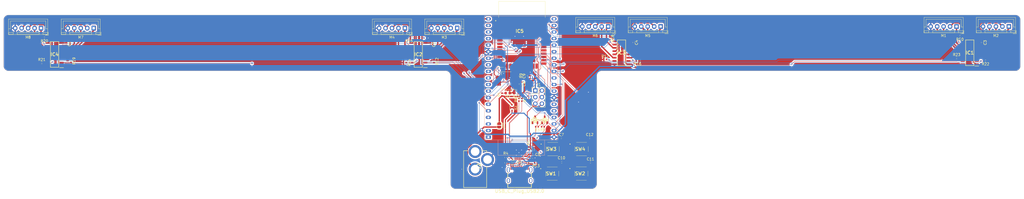
<source format=kicad_pcb>
(kicad_pcb (version 20221018) (generator pcbnew)
  (layers (0 "F.Cu" signal) (31 "B.Cu" signal) (34 "B.Paste" user) (35 "F.Paste" user) (36 "B.SilkS" user "B.Silkscreen") (37 "F.SilkS" user "F.Silkscreen") (38 "B.Mask" user) (39 "F.Mask" user) (44 "Edge.Cuts" user))
  (net 0 "")
  (net 1 "+5V")
  (net 2 "GND")
  (net 3 "/VBUS")
  (net 4 "+3.3V")
  (net 5 "/IO34")
  (net 6 "+5VP")
  (net 7 "/IO0")
  (net 8 "/EN")
  (net 9 "/IO35")
  (net 10 "Net-(D2-A)")
  (net 11 "/D-")
  (net 12 "/D+")
  (net 13 "/SER1")
  (net 14 "Net-(IC1-DRAIN0)")
  (net 15 "Net-(IC1-DRAIN1)")
  (net 16 "Net-(IC1-DRAIN2)")
  (net 17 "Net-(IC1-DRAIN3)")
  (net 19 "/RCK1")
  (net 20 "Net-(IC1-DRAIN4)")
  (net 21 "Net-(IC1-DRAIN5)")
  (net 22 "Net-(IC1-DRAIN6)")
  (net 23 "Net-(IC1-DRAIN7)")
  (net 24 "/SRCK1")
  (net 25 "/SER2")
  (net 26 "Net-(IC2-DRAIN0)")
  (net 27 "Net-(IC2-DRAIN1)")
  (net 28 "Net-(IC2-DRAIN2)")
  (net 29 "Net-(IC2-DRAIN3)")
  (net 31 "/RCK2")
  (net 32 "Net-(IC2-DRAIN4)")
  (net 33 "Net-(IC2-DRAIN5)")
  (net 34 "Net-(IC2-DRAIN6)")
  (net 35 "Net-(IC2-DRAIN7)")
  (net 36 "/SRCK2")
  (net 37 "/SER3")
  (net 38 "Net-(IC3-DRAIN0)")
  (net 39 "Net-(IC3-DRAIN1)")
  (net 40 "Net-(IC3-DRAIN2)")
  (net 41 "Net-(IC3-DRAIN3)")
  (net 43 "/RCK3")
  (net 44 "Net-(IC3-DRAIN4)")
  (net 45 "Net-(IC3-DRAIN5)")
  (net 46 "Net-(IC3-DRAIN6)")
  (net 47 "Net-(IC3-DRAIN7)")
  (net 48 "/SRCK3")
  (net 49 "/SER4")
  (net 50 "Net-(IC4-DRAIN0)")
  (net 51 "Net-(IC4-DRAIN1)")
  (net 52 "Net-(IC4-DRAIN2)")
  (net 53 "Net-(IC4-DRAIN3)")
  (net 55 "/RCK4")
  (net 56 "Net-(IC4-DRAIN4)")
  (net 57 "Net-(IC4-DRAIN5)")
  (net 58 "Net-(IC4-DRAIN6)")
  (net 59 "Net-(IC4-DRAIN7)")
  (net 60 "/SRCK4")
  (net 63 "/TMS")
  (net 64 "/TDI")
  (net 65 "/TCK")
  (net 73 "/IO4")
  (net 74 "/TDO")
  (net 76 "/RXD")
  (net 77 "/TXD")
  (net 80 "Net-(IC6-~{RST})")
  (net 82 "Net-(IC6-~{SUSPEND})")
  (net 95 "/RTS")
  (net 96 "/RXDO")
  (net 97 "/TXDO")
  (net 99 "/DTR")
  (net 100 "Net-(Q1-Pad1)")
  (net 101 "Net-(Q2-Pad1)")
  (net 122 "Net-(P1-CC1)")
  (net 124 "Net-(P1-CC2)")
  (net 126 "/IO15")
  (net 127 "Net-(C8-Pad2)")
  (net 128 "Net-(C9-Pad2)")
  (footprint "Capacitor_SMD:C_0402_1005Metric" (layer "F.Cu") (at 216.3445 76.99 90)
    (fp_text reference "C6" hide)
    (fp_text value "0.1uF")
  )
  (footprint "Resistor_SMD:R_0402_1005Metric" (layer "F.Cu") (at 28.065 40.005)
    (fp_text reference "R21")
    (fp_text value "4.7k")
  )
  (footprint "Resistor_SMD:R_0402_1005Metric" (layer "F.Cu") (at 221.8035 64.77 180)
    (fp_text reference "R6")
    (fp_text value "10k")
  )
  (footprint "SamacSys:TS1187ABAB" (layer "F.Cu") (at 225.4235 82.90844)
    (fp_text reference "SW1")
    (fp_text value "SW_Push" hide)
  )
  (footprint "SamacSys:LESD5D50CT1G" (layer "F.Cu") (at 210.1473 78.9686)
    (fp_text reference "D4" hide)
    (fp_text value "LESD5D5.0CT1G" hide)
  )
  (footprint "SamacSys:LESD5D50CT1G" (layer "F.Cu") (at 216.0909 78.9686 180)
    (fp_text reference "D3" hide)
    (fp_text value "LESD5D5.0CT1G" hide)
  )
  (footprint "Resistor_SMD:R_0402_1005Metric" (layer "F.Cu") (at 381.76 38.1)
    (fp_text reference "R23")
    (fp_text value "4.7k")
  )
  (footprint "Resistor_SMD:R_0402_1005Metric" (layer "F.Cu") (at 245.87 38.735)
    (fp_text reference "R17")
    (fp_text value "4.7k")
  )
  (footprint "Capacitor_SMD:C_0402_1005Metric" (layer "F.Cu") (at 178.3715 32.865 90)
    (fp_text reference "C2")
    (fp_text value "30pF")
  )
  (footprint "SamacSys:QFN50P500X500X100-29N-D" (layer "F.Cu") (at 212.5221 74.7906 90)
    (fp_text reference "IC6" hide)
    (fp_text value "CP2102-GMR" hide)
  )
  (footprint "Resistor_SMD:R_0402_1005Metric" (layer "F.Cu") (at 207.4545 76.708 90)
    (fp_text reference "R4")
    (fp_text value "10k")
  )
  (footprint "Resistor_SMD:R_0402_1005Metric" (layer "F.Cu") (at 168.4 40.005)
    (fp_text reference "R14")
    (fp_text value "4.7k")
  )
  (footprint "Custom-Footprints:JST_XH_B5B-XH-A_1x05_P2.50mm_Vertical" (layer "F.Cu") (at 267.3185 26.035 180)
    (fp_text reference "M5")
    (fp_text value "Stepper_Motor_unipolar_5pin")
  )
  (footprint "Resistor_SMD:R_0402_1005Metric" (layer "F.Cu") (at 170.055 30.48 180)
    (fp_text reference "R15")
    (fp_text value "4.7k")
  )
  (footprint "SamacSys:DC00525A25" (layer "F.Cu") (at 195.606 81.17 90)
    (fp_text reference "J2")
    (fp_text value "Barrel_Jack_MountingPin" hide)
  )
  (footprint "SamacSys:SOIC127P600X175-16N" (layer "F.Cu") (at 386.835 36.195 180)
    (fp_text reference "IC1")
    (fp_text value "STPIC6D595MTR" hide)
  )
  (footprint "Jumper:SolderJumper-2_P1.3mm_Open_RoundedPad1.0x1.5mm" (layer "F.Cu") (at 204.9145 64.262 -90)
    (fp_text reference "JP1")
    (fp_text value "SolderJumper_2_Open")
  )
  (footprint "Capacitor_SMD:C_0402_1005Metric" (layer "F.Cu") (at 239.8985 68.99844)
    (fp_text reference "C12")
    (fp_text value "0.1uF")
  )
  (footprint "SamacSys:SOT95P240X115-3N" (layer "F.Cu") (at 222.4888 62.146 90)
    (fp_text reference "Q1")
    (fp_text value "SS8050-G" hide)
  )
  (footprint "SamacSys:TS1187ABAB" (layer "F.Cu") (at 225.5985 73.41344)
    (fp_text reference "SW3")
    (fp_text value "SW_Push" hide)
  )
  (footprint "Resistor_SMD:R_0805_2012Metric" (layer "F.Cu") (at 211.6055 51.562 180)
    (fp_text reference "R11")
    (fp_text value "1ohm")
  )
  (footprint "Custom-Footprints:JST_XH_B5B-XH-A_1x05_P2.50mm_Vertical" (layer "F.Cu") (at 168.4655 26.67 180)
    (fp_text reference "M4")
    (fp_text value "Stepper_Motor_unipolar_5pin")
  )
  (footprint "Custom-Footprints:JST_XH_B5B-XH-A_1x05_P2.50mm_Vertical" (layer "F.Cu") (at 48.14 26.67 180)
    (fp_text reference "M7")
    (fp_text value "Stepper_Motor_unipolar_5pin")
  )
  (footprint "SamacSys:SOIC127P600X175-16N" (layer "F.Cu") (at 33.02 36.83 180)
    (fp_text reference "IC4")
    (fp_text value "STPIC6D595MTR" hide)
  )
  (footprint "SamacSys:TS1187ABAB" (layer "F.Cu") (at 236.6785 82.87844)
    (fp_text reference "SW2")
    (fp_text value "SW_Push" hide)
  )
  (footprint "Resistor_SMD:R_0402_1005Metric" (layer "F.Cu") (at 39.37 39.37 -90)
    (fp_text reference "R19")
    (fp_text value "4.7k")
  )
  (footprint "Custom-Footprints:JST_XH_B5B-XH-A_1x05_P2.50mm_Vertical" (layer "F.Cu") (at 27.78 26.67 180)
    (fp_text reference "M8")
    (fp_text value "Stepper_Motor_unipolar_5pin")
  )
  (footprint "Diode_SMD:D_SOD-323" (layer "F.Cu") (at 209.8675 57.404 -90)
    (fp_text reference "D1")
    (fp_text value "D_Schottky")
  )
  (footprint "Resistor_SMD:R_0402_1005Metric" (layer "F.Cu") (at 212.5345 54.356 -90)
    (fp_text reference "R8")
    (fp_text value "0R")
  )
  (footprint "Custom-Footprints:JST_XH_B5B-XH-A_1x05_P2.50mm_Vertical" (layer "F.Cu") (at 401.955 26.035 180)
    (fp_text reference "M2")
    (fp_text value "Stepper_Motor_unipolar_5pin")
  )
  (footprint "Capacitor_SMD:C_0402_1005Metric" (layer "F.Cu") (at 229.0785 78.46344)
    (fp_text reference "C10")
    (fp_text value "0.1uF")
  )
  (footprint "Custom-Footprints:JST_XH_B5B-XH-A_1x05_P2.50mm_Vertical" (layer "F.Cu") (at 247.0385 26.035 180)
    (fp_text reference "M6")
    (fp_text value "Stepper_Motor_unipolar_5pin")
  )
  (footprint "Resistor_SMD:R_0402_1005Metric" (layer "F.Cu") (at 29.085 30.48 180)
    (fp_text reference "R20")
    (fp_text value "4.7k")
  )
  (footprint "SamacSys:TS1187ABAB" (layer "F.Cu") (at 236.7435 73.41344)
    (fp_text reference "SW4")
    (fp_text value "SW_Push" hide)
  )
  (footprint "Capacitor_SMD:C_0402_1005Metric" (layer "F.Cu") (at 256.8575 32.23 90)
    (fp_text reference "C4")
    (fp_text value "30pF")
  )
  (footprint "Custom-Footprints:JST_XH_B5B-XH-A_1x05_P2.50mm_Vertical" (layer "F.Cu") (at 188.6585 26.67 180)
    (fp_text reference "M3")
    (fp_text value "Stepper_Motor_unipolar_5pin")
  )
  (footprint "SamacSys:LESD5D50CT1G" (layer "F.Cu") (at 217.9955 73.508 -90)
    (fp_text reference "D5" hide)
    (fp_text value "LESD5D5.0CT1G" hide)
  )
  (footprint "Resistor_SMD:R_0402_1005Metric" (layer "F.Cu") (at 383.03 29.845 180)
    (fp_text reference "R10")
    (fp_text value "4.7k")
  )
  (footprint "SamacSys:ESP32SOLO1" (layer "F.Cu") (at 213.6685 29.34344)
    (fp_text reference "IC5")
    (fp_text value "ESP32-SOLO-1" hide)
  )
  (footprint "Capacitor_SMD:C_0402_1005Metric" (layer "F.Cu") (at 240.1835 78.46344)
    (fp_text reference "C11")
    (fp_text value "0.1uF")
  )
  (footprint "Resistor_SMD:R_0402_1005Metric" (layer "F.Cu") (at 219.1085 78.74 180)
    (fp_text reference "R13")
    (fp_text value "5.1k")
  )
  (footprint "Resistor_SMD:R_0402_1005Metric" (layer "F.Cu") (at 213.6775 54.356 -90)
    (fp_text reference "R7")
    (fp_text value "0R")
  )
  (footprint "Resistor_SMD:R_0402_1005Metric" (layer "F.Cu") (at 258.445 39.37 180)
    (fp_text reference "R16")
    (fp_text value "4.7k")
  )
  (footprint "Capacitor_SMD:C_0402_1005Metric" (layer "F.Cu") (at 391.663 32.23 90)
    (fp_text reference "C3")
    (fp_text value "30pF")
  )
  (footprint "LED_SMD:LED_0603_1608Metric" (layer "F.Cu") (at 208.1935 51.77 180)
    (fp_text reference "D2")
    (fp_text value "LED")
  )
  (footprint "SamacSys:SOIC127P600X175-16N" (layer "F.Cu") (at 173.6305 36.83 180)
    (fp_text reference "IC2")
    (fp_text value "STPIC6D595MTR" hide)
  )
  (footprint "Capacitor_SMD:C_0402_1005Metric" (layer "F.Cu") (at 228.9485 68.99844)
    (fp_text reference "C7")
    (fp_text value "0.1uF")
  )
  (footprint "Resistor_SMD:R_0402_1005Metric" (layer "F.Cu") (at 392.94 39.37 180)
    (fp_text reference "R22")
    (fp_text value "4.7k")
  )
  (footprint "Connector_PinHeader_2.54mm:PinHeader_2x03_P2.54mm_Vertical" (layer "F.Cu") (at 218.8845 50.8)
    (fp_text reference "J1")
    (fp_text value "Conn_01x06_Pin")
  )
  (footprint "SamacSys:SOT95P240X115-3N" (layer "F.Cu") (at 218.76 62.1108 90)
    (fp_text reference "Q2")
    (fp_text value "SS8050-G" hide)
  )
  (footprint "SamacSys:SOIC127P600X175-16N" (layer "F.Cu") (at 252.1985 36.195 180)
    (fp_text reference "IC3")
    (fp_text value "STPIC6D595MTR" hide)
  )
  (footprint "Resistor_SMD:R_0402_1005Metric" (layer "F.Cu") (at 205.994 52.326 90)
    (fp_text reference "R1")
    (fp_text value "2k")
  )
  (footprint "USBC:USB-C-SMD_KH-TYPE-C-16P" (layer "F.Cu") (at 212.7885 83.185)
    (fp_text reference "P1")
    (fp_text value "USB_C_Plug_USB2.0")
  )
  (footprint "Capacitor_SMD:C_0402_1005Metric" (layer "F.Cu") (at 217.8405 75.565)
    (fp_text reference "C5")
    (fp_text value "10uF")
  )
  (footprint "Resistor_SMD:R_0402_1005Metric" (layer "F.Cu") (at 207.4545 78.738 -90)
    (fp_text reference "R2" hide)
    (fp_text value "5.1k")
  )
  (footprint "Resistor_SMD:R_0805_2012Metric" (layer "F.Cu") (at 215.011 45.0615 90)
    (fp_text reference "R9")
    (fp_text value "1ohm")
  )
  (footprint "Capacitor_SMD:C_0402_1005Metric" (layer "F.Cu") (at 37.634 32.865 90)
    (fp_text reference "C1")
    (fp_text value "30pF")
  )
  (footprint "Capacitor_SMD:C_0603_1608Metric" (layer "F.Cu") (at 213.106 48.273 -90)
    (fp_text reference "C8")
    (fp_text value "22uF")
  )
  (footprint "Resistor_SMD:R_0402_1005Metric" (layer "F.Cu") (at 216.3445 73.15 -90)
    (fp_text reference "R5")
    (fp_text value "2k")
  )
  (footprint "Resistor_SMD:R_0402_1005Metric" (layer "F.Cu") (at 179.705 39.495 -90)
    (fp_text reference "R12")
    (fp_text value "4.7k")
  )
  (footprint "Resistor_SMD:R_0402_1005Metric" (layer "F.Cu") (at 247.65 30.605 -90)
    (fp_text reference "R18")
    (fp_text value "4.7k")
  )
  (footprint "Custom-Footprints:JST_XH_B5B-XH-A_1x05_P2.50mm_Vertical" (layer "F.Cu") (at 381.715 26.035 180)
    (fp_text reference "M1")
    (fp_text value "Stepper_Motor_unipolar_5pin")
  )
  (footprint "Package_TO_SOT_SMD:SOT-223-3_TabPin2" (layer "F.Cu") (at 207.7085 46.99 180)
    (fp_text reference "U3" hide)
    (fp_text value "AMS1117-3.3")
  )
  (footprint "Resistor_SMD:R_0402_1005Metric" (layer "F.Cu") (at 219.5175 64.77)
    (fp_text reference "R3")
    (fp_text value "10k")
  )
  (footprint "Capacitor_SMD:C_0603_1608Metric" (layer "F.Cu") (at 213.106 45.199 -90)
    (fp_text reference "C9")
    (fp_text value "22uF")
  )
  (footprint "Capacitor_SMD:C_0402_1005Metric" (layer "F.Cu") (at 217.4875 76.99 90)
    (fp_text reference "C13" hide)
    (fp_text value "10uF")
  )
  (footprint "PCM_Espressif:ESP32-DevKitC" (layer "B.Cu") (at 200.7235 68.79844)
    (fp_text reference "U1" hide)
    (fp_text value "ESP32-DevKitC" hide)
  )
  (gr_line (start 341.0585 43.18) (end 404.495 43.18) (stroke (width 0.1)) (layer "Edge.Cuts"))
  (gr_line (start 13.335 23.495) (end 13.335 41.275) (stroke (width 0.1)) (layer "Edge.Cuts"))
  (gr_line (start 242.6335 86.868) (end 242.6335 45.085) (stroke (width 0.1)) (layer "Edge.Cuts"))
  (gr_line (start 188.0235 88.773) (end 240.7285 88.773) (stroke (width 0.1)) (layer "Edge.Cuts"))
  (gr_arc (start 242.6335 86.868) (mid 242.075538 88.215038) (end 240.7285 88.773) (stroke (width 0.1)) (layer "Edge.Cuts"))
  (gr_line (start 406.4 41.275) (end 406.4 23.495) (stroke (width 0.1)) (layer "Edge.Cuts"))
  (gr_line (start 87.0585 43.18) (end 184.2135 43.18) (stroke (width 0.1)) (layer "Edge.Cuts"))
  (gr_arc (start 406.4 41.275) (mid 405.842038 42.622038) (end 404.495 43.18) (stroke (width 0.1)) (layer "Edge.Cuts"))
  (gr_arc (start 242.6335 45.085) (mid 243.191462 43.737962) (end 244.5385 43.18) (stroke (width 0.1)) (layer "Edge.Cuts"))
  (gr_arc (start 15.24 43.18) (mid 13.892962 42.622038) (end 13.335 41.275) (stroke (width 0.1)) (layer "Edge.Cuts"))
  (gr_arc (start 404.495 21.59) (mid 405.842038 22.147962) (end 406.4 23.495) (stroke (width 0.1)) (layer "Edge.Cuts"))
  (gr_line (start 404.495 21.59) (end 341.0585 21.59) (stroke (width 0.1)) (layer "Edge.Cuts"))
  (gr_line (start 87.0585 43.18) (end 15.24 43.18) (stroke (width 0.1)) (layer "Edge.Cuts"))
  (gr_line (start 244.5385 43.18) (end 341.0585 43.18) (stroke (width 0.1)) (layer "Edge.Cuts"))
  (gr_arc (start 188.0235 88.773) (mid 186.676462 88.215038) (end 186.1185 86.868) (stroke (width 0.1)) (layer "Edge.Cuts"))
  (gr_line (start 341.0585 21.59) (end 87.0585 21.59) (stroke (width 0.1)) (layer "Edge.Cuts"))
  (gr_arc (start 184.2135 43.18) (mid 185.560538 43.737962) (end 186.1185 45.085) (stroke (width 0.1)) (layer "Edge.Cuts"))
  (gr_line (start 15.24 21.59) (end 87.0585 21.59) (stroke (width 0.1)) (layer "Edge.Cuts"))
  (gr_line (start 186.1185 86.868) (end 186.1185 45.085) (stroke (width 0.1)) (layer "Edge.Cuts"))
  (gr_arc (start 13.335 23.495) (mid 13.892962 22.147962) (end 15.24 21.59) (stroke (width 0.1)) (layer "Edge.Cuts"))
  (segment (start 34.5885 40.711) (end 34.5885 34.219) (width 0.508) (layer "F.Cu") (net 1))
  (segment (start 204.9145 64.912) (end 199.0575 64.912) (width 0.508) (layer "F.Cu") (net 1))
  (segment (start 195.7825 69.19744) (end 195.7825 52.201947) (width 0.508) (layer "F.Cu") (net 1))
  (segment (start 195.7825 68.187) (end 196.9785 66.991) (width 0.508) (layer "F.Cu") (net 1))
  (segment (start 192.6395 73.141235) (end 192.6395 78.2035) (width 0.508) (layer "F.Cu") (net 1))
  (segment (start 254.9105 33.02) (end 256.5475 33.02) (width 0.508) (layer "F.Cu") (net 1))
  (segment (start 178.0615 33.655) (end 178.3715 33.345) (width 0.508) (layer "F.Cu") (net 1))
  (segment (start 175.072 34.798) (end 175.072 34.488) (width 0.508) (layer "F.Cu") (net 1))
  (segment (start 175.072 40.442) (end 175.072 34.798) (width 0.508) (layer "F.Cu") (net 1))
  (segment (start 36.042 33.345) (end 35.732 33.655) (width 0.508) (layer "F.Cu") (net 1))
  (segment (start 192.6395 78.2035) (end 195.606 81.17) (width 0.508) (layer "F.Cu") (net 1))
  (segment (start 176.3425 41.275) (end 175.6365 41.981) (width 0.508) (layer "F.Cu") (net 1))
  (segment (start 254.331 33.02) (end 253.767 33.584) (width 0.508) (layer "F.Cu") (net 1))
  (segment (start 256.5475 33.02) (end 256.8575 32.71) (width 0.508) (layer "F.Cu") (net 1))
  (segment (start 37.634 33.345) (end 36.042 33.345) (width 0.508) (layer "F.Cu") (net 1))
  (segment (start 254.9105 40.64) (end 256.120753 40.64) (width 0.508) (layer "F.Cu") (net 1))
  (segment (start 195.7825 69.998235) (end 192.6395 73.141235) (width 0.508) (layer "F.Cu") (net 1))
  (segment (start 388.2765 33.853) (end 389.1095 33.02) (width 0.508) (layer "F.Cu") (net 1))
  (segment (start 391.663 32.71) (end 389.857 32.71) (width 0.508) (layer "F.Cu") (net 1))
  (segment (start 184.855553 41.275) (end 176.3425 41.275) (width 0.508) (layer "F.Cu") (net 1))
  (segment (start 35.1525 41.275) (end 34.5885 40.711) (width 0.508) (layer "F.Cu") (net 1))
  (segment (start 257.263753 41.783) (end 388.404 41.783) (width 0.508) (layer "F.Cu") (net 1))
  (segment (start 178.794442 23.07844) (end 175.072 26.800882) (width 0.508) (layer "F.Cu") (net 1))
  (segment (start 389.1095 40.64) (end 388.2765 39.807) (width 0.508) (layer "F.Cu") (net 1))
  (segment (start 195.7825 68.187) (end 195.7825 69.998235) (width 0.508) (layer "F.Cu") (net 1))
  (segment (start 176.3425 33.655) (end 178.0615 33.655) (width 0.508) (layer "F.Cu") (net 1))
  (segment (start 175.6365 41.981) (end 36.438 41.981) (width 0.508) (layer "F.Cu") (net 1))
  (segment (start 196.9785 66.991) (end 198.0565 65.913) (width 0.508) (layer "F.Cu") (net 1))
  (segment (start 254.331 40.64) (end 254.9105 40.64) (width 0.508) (layer "F.Cu") (net 1))
  (segment (start 388.404 41.783) (end 389.547 40.64) (width 0.508) (layer "F.Cu") (net 1))
  (segment (start 253.767 40.076) (end 254.331 40.64) (width 0.508) (layer "F.Cu") (net 1))
  (segment (start 195.7825 69.19744) (end 195.7825 68.187) (width 0.508) (layer "F.Cu") (net 1))
  (segment (start 35.732 41.275) (end 35.1525 41.275) (width 0.508) (layer "F.Cu") (net 1))
  (segment (start 35.1525 33.655) (end 35.732 33.655) (width 0.508) (layer "F.Cu") (net 1))
  (segment (start 34.5885 34.219) (end 35.1525 33.655) (width 0.508) (layer "F.Cu") (net 1))
  (segment (start 175.072 26.800882) (end 175.072 34.798) (width 0.508) (layer "F.Cu") (net 1))
  (segment (start 175.072 34.488) (end 175.905 33.655) (width 0.508) (layer "F.Cu") (net 1))
  (segment (start 253.767 33.584) (end 253.767 40.076) (width 0.508) (layer "F.Cu") (net 1))
  (segment (start 195.7825 52.201947) (end 184.855553 41.275) (width 0.508) (layer "F.Cu") (net 1))
  (segment (start 36.438 41.981) (end 35.732 41.275) (width 0.508) (layer "F.Cu") (net 1))
  (segment (start 200.7235 23.07844) (end 178.794442 23.07844) (width 0.508) (layer "F.Cu") (net 1))
  (segment (start 389.857 32.71) (end 389.547 33.02) (width 0.508) (layer "F.Cu") (net 1))
  (segment (start 256.120753 40.64) (end 256.934253 41.4535) (width 0.508) (layer "F.Cu") (net 1))
  (segment (start 388.2765 39.807) (end 388.2765 33.853) (width 0.508) (layer "F.Cu") (net 1))
  (segment (start 256.934253 41.4535) (end 257.263753 41.783) (width 0.508) (layer "F.Cu") (net 1))
  (segment (start 199.0575 64.912) (end 196.9785 66.991) (width 0.508) (layer "F.Cu") (net 1))
  (segment (start 254.9105 33.02) (end 254.331 33.02) (width 0.508) (layer "F.Cu") (net 1))
  (segment (start 175.905 41.275) (end 175.072 40.442) (width 0.508) (layer "F.Cu") (net 1))
  (via (at 256.934253 41.4535) (size 1.1) (drill 0.7) (layers "F.Cu" "B.Cu") (net 1))
  (via (at 198.0565 65.913) (size 1.1) (drill 0.7) (layers "F.Cu" "B.Cu") (net 1))
  (segment (start 227.01006 67.31244) (end 230.497947 63.824553) (width 0.508) (layer "B.Cu") (net 1))
  (segment (start 198.0565 65.913) (end 199.88794 67.74444) (width 0.508) (layer "B.Cu") (net 1))
  (segment (start 230.497947 63.824553) (end 230.497947 54.6735) (width 0.508) (layer "B.Cu") (net 1))
  (segment (start 230.497947 54.6735) (end 243.717947 41.4535) (width 0.508) (layer "B.Cu") (net 1))
  (segment (start 209.1055 68.453) (end 217.054827 68.453) (width 0.508) (layer "B.Cu") (net 1))
  (segment (start 208.39694 67.74444) (end 209.1055 68.453) (width 0.508) (layer "B.Cu") (net 1))
  (segment (start 243.717947 41.4535) (end 256.934253 41.4535) (width 0.508) (layer "B.Cu") (net 1))
  (segment (start 199.88794 67.74444) (end 208.39694 67.74444) (width 0.508) (layer "B.Cu") (net 1))
  (segment (start 218.197827 67.31) (end 225.284479 67.31) (width 0.508) (layer "B.Cu") (net 1))
  (segment (start 217.054827 68.453) (end 218.197827 67.31) (width 0.508) (layer "B.Cu") (net 1))
  (segment (start 225.286919 67.31244) (end 227.01006 67.31244) (width 0.508) (layer "B.Cu") (net 1))
  (segment (start 225.284479 67.31) (end 225.286919 67.31244) (width 0.508) (layer "B.Cu") (net 1))
  (segment (start 200.7235 36.50544) (end 198.6915 38.53744) (width 0.127) (layer "F.Cu") (net 2))
  (segment (start 200.7235 35.77844) (end 200.7235 36.50544) (width 0.127) (layer "F.Cu") (net 2))
  (segment (start 209.4385 80.77) (end 209.7385 80.77) (width 0.2) (layer "F.Cu") (net 2))
  (segment (start 216.7509 78.9686) (end 217.60318 79.82088) (width 0.3) (layer "F.Cu") (net 2))
  (segment (start 209.069838 45.847) (end 208.28 45.847) (width 0.127) (layer "F.Cu") (net 2))
  (segment (start 212.0221 77.1906) (end 212.0221 76.5636) (width 0.127) (layer "F.Cu") (net 2))
  (segment (start 212.0221 76.5636) (end 212.5221 76.0636) (width 0.127) (layer "F.Cu") (net 2))
  (segment (start 210.106204 49.29) (end 210.8585 49.29) (width 0.127) (layer "F.Cu") (net 2))
  (segment (start 216.1385 80.27) (end 216.7509 79.6576) (width 0.3) (layer "F.Cu") (net 2))
  (segment (start 217.4875 76.51) (end 216.3445 76.51) (width 0.2) (layer "F.Cu") (net 2))
  (segment (start 216.1385 80.77) (end 215.8385 80.77) (width 0.2) (layer "F.Cu") (net 2))
  (segment (start 217.60318 79.82088) (end 219.233859 79.82088) (width 0.3) (layer "F.Cu") (net 2))
  (segment (start 203.0095 25.4) (end 204.57606 23.83344) (width 0.127) (layer "F.Cu") (net 2))
  (segment (start 218.7575 76.002) (end 218.3205 75.565) (width 0.3) (layer "F.Cu") (net 2))
  (segment (start 209.4873 78.9686) (end 208.1951 78.9686) (width 0.3) (layer "F.Cu") (net 2))
  (segment (start 216.7509 79.6576) (end 216.7509 78.9686) (width 0.3) (layer "F.Cu") (net 2))
  (segment (start 209.313102 48.496898) (end 210.106204 49.29) (width 0.127) (layer "F.Cu") (net 2))
  (segment (start 170.9185 41.275) (end 169.4815 41.275) (width 0.127) (layer "F.Cu") (net 2))
  (segment (start 37.888 32.54) (end 37.733 32.385) (width 0.127) (layer "F.Cu") (net 2))
  (segment (start 218.7575 76.835) (end 218.7575 76.002) (width 0.3) (layer "F.Cu") (net 2))
  (segment (start 198.6915 38.53744) (end 198.6915 39.116) (width 0.127) (layer "F.Cu") (net 2))
  (segment (start 217.8125 76.835) (end 217.4875 76.51) (width 0.3) (layer "F.Cu") (net 2))
  (segment (start 219.233859 79.82088) (end 219.6185 79.436239) (width 0.3) (layer "F.Cu") (net 2))
  (segment (start 208.1951 78.9686) (end 207.4545 78.228) (width 0.3) (layer "F.Cu") (net 2))
  (segment (start 169.4815 41.275) (end 169.2275 41.021) (width 0.127) (layer "F.Cu") (net 2))
  (segment (start 208.28 45.847) (end 206.629 44.196) (width 0.127) (layer "F.Cu") (net 2))
  (segment (start 219.6185 79.436239) (end 219.6185 78.74) (width 0.3) (layer "F.Cu") (net 2))
  (segment (start 209.7385 80.77) (end 209.7385 80.262) (width 0.3) (layer "F.Cu") (net 2))
  (segment (start 209.4385 80.77) (end 209.4385 79.0174) (width 0.127) (layer "F.Cu") (net 2))
  (segment (start 209.7385 80.262) (end 209.4865 80.01) (width 0.3) (layer "F.Cu") (net 2))
  (segment (start 209.4865 80.01) (end 209.4865 78.9694) (width 0.3) (layer "F.Cu") (net 2))
  (segment (start 218.7575 76.835) (end 217.8125 76.835) (width 0.3) (layer "F.Cu") (net 2))
  (via (at 206.0575 80.518) (size 0.6) (drill 0.3) (layers "F.Cu" "B.Cu") (net 2))
  (via (at 211.5185 75.819) (size 0.6) (drill 0.3) (layers "F.Cu" "B.Cu") (net 2))
  (via (at 216.916 43.688) (size 0.6) (drill 0.3) (layers "F.Cu" "B.Cu") (net 2))
  (via (at 235.585 55.245) (size 0.6) (drill 0.3) (layers "F.Cu" "B.Cu") (net 2))
  (via (at 209.313102 48.496898) (size 0.6) (drill 0.3) (layers "F.Cu" "B.Cu") (net 2))
  (via (at 206.629 44.196) (size 0.6) (drill 0.3) (layers "F.Cu" "B.Cu") (net 2))
  (via (at 198.6915 39.116) (size 0.6) (drill 0.3) (layers "F.Cu" "B.Cu") (net 2))
  (via (at 211.5185 73.787) (size 0.6) (drill 0.3) (layers "F.Cu" "B.Cu") (net 2))
  (via (at 211.0105 29.845) (size 0.6) (drill 0.3) (layers "F.Cu" "B.Cu") (net 2))
  (via (at 212.5345 74.803) (size 0.6) (drill 0.3) (layers "F.Cu" "B.Cu") (net 2))
  (via (at 177.4825 30.48) (size 0.6) (drill 0.3) (layers "F.Cu" "B.Cu") (net 2))
  (via (at 218.8845 80.645) (size 0.6) (drill 0.3) (layers "F.Cu" "B.Cu") (net 2))
  (via (at 169.2275 41.021) (size 0.6) (drill 0.3) (layers "F.Cu" "B.Cu") (net 2))
  (via (at 213.5505 75.819) (size 0.6) (drill 0.3) (layers "F.Cu" "B.Cu") (net 2))
  (via (at 239.395 51.435) (size 0.6) (drill 0.3) (layers "F.Cu" "B.Cu") (net 2))
  (via (at 214.3125 33.02) (size 0.6) (drill 0.3) (layers "F.Cu" "B.Cu") (net 2))
  (via (at 170.18 28.575) (size 0.6) (drill 0.3) (layers "F.Cu" "B.Cu") (net 2))
  (via (at 29.845 29.21) (size 0.6) (drill 0.3) (layers "F.Cu" "B.Cu") (net 2))
  (via (at 220.7895 76.2) (size 0.6) (drill 0.3) (layers "F.Cu" "B.Cu") (net 2))
  (via (at 209.069838 45.847) (size 0.6) (drill 0.3) (layers "F.Cu" "B.Cu") (net 2))
  (via (at 214.3125 29.845) (size 0.6) (drill 0.3) (layers "F.Cu" "B.Cu") (net 2))
  (via (at 249.555 29.21) (size 0.6) (drill 0.3) (layers "F.Cu" "B.Cu") (net 2))
  (via (at 384.175 28.575) (size 0.6) (drill 0.3) (layers "F.Cu" "B.Cu") (net 2))
  (via (at 218.7575 76.835) (size 0.6) (drill 0.3) (layers "F.Cu" "B.Cu") (net 2))
  (via (at 213.5505 73.787) (size 0.6) (drill 0.3) (layers "F.Cu" "B.Cu") (net 2))
  (via (at 211.0105 33.02) (size 0.6) (drill 0.3) (layers "F.Cu" "B.Cu") (net 2))
  (segment (start 209.3435 46.120662) (end 209.3435 48.4665) (width 0.127) (layer "B.Cu") (net 2))
  (segment (start 209.3435 48.4665) (end 209.313102 48.496898) (width 0.127) (layer "B.Cu") (net 2))
  (segment (start 209.069838 45.847) (end 209.3435 46.120662) (width 0.127) (layer "B.Cu") (net 2))
  (segment (start 207.3275 74.676) (end 207.3275 62.103) (width 0.4) (layer "F.Cu") (net 3))
  (segment (start 210.5385 80.77) (end 210.2385 80.77) (width 0.2) (layer "F.Cu") (net 3))
  (segment (start 215.7735 79.72) (end 216.1839 79.3096) (width 0.4) (layer "F.Cu") (net 3))
  (segment (start 215.3385 79.816) (end 215.4345 79.72) (width 0.4) (layer "F.Cu") (net 3))
  (segment (start 216.1839 79.3096) (end 216.1839 78.601038) (width 0.4) (layer "F.Cu") (net 3))
  (segment (start 216.662 67.183) (end 216.9915 67.5125) (width 0.4) (layer "F.Cu") (net 3))
  (segment (start 215.3385 80.77) (end 215.3385 79.816) (width 0.4) (layer "F.Cu") (net 3))
  (segment (start 218.7855 78.077) (end 219.6465 77.216) (width 0.4) (layer "F.Cu") (net 3))
  (segment (start 216.9915 73.164) (end 217.9955 74.168) (width 0.4) (layer "F.Cu") (net 3))
  (segment (start 210.2385 80.77) (end 210.2385 77.587) (width 0.4) (layer "F.Cu") (net 3))
  (segment (start 216.707938 78.077) (end 218.7855 78.077) (width 0.4) (layer "F.Cu") (net 3))
  (segment (start 217.3605 75.565) (end 217.3605 74.803) (width 0.4) (layer "F.Cu") (net 3))
  (segment (start 219.6465 75.819) (end 217.9955 74.168) (width 0.4) (layer "F.Cu") (net 3))
  (segment (start 207.3275 62.103) (end 209.8675 59.563) (width 0.4) (layer "F.Cu") (net 3))
  (segment (start 216.319062 75.565) (end 217.3605 75.565) (width 0.4) (layer "F.Cu") (net 3))
  (segment (start 209.8675 59.563) (end 209.8675 59.562996) (width 0.4) (layer "F.Cu") (net 3))
  (segment (start 215.4345 79.72) (end 215.7735 79.72) (width 0.4) (layer "F.Cu") (net 3))
  (segment (start 209.8675 59.562996) (end 209.8675 58.454) (width 0.4) (layer "F.Cu") (net 3))
  (segment (start 215.3385 80.77) (end 215.0385 80.77) (width 0.2) (layer "F.Cu") (net 3))
  (segment (start 217.3605 74.803) (end 217.9955 74.168) (width 0.4) (layer "F.Cu") (net 3))
  (segment (start 216.1839 78.601038) (end 216.707938 78.077) (width 0.4) (layer "F.Cu") (net 3))
  (segment (start 216.9915 67.5125) (end 216.9915 73.164) (width 0.4) (layer "F.Cu") (net 3))
  (segment (start 214.9221 76.2906) (end 215.593462 76.2906) (width 0.4) (layer "F.Cu") (net 3))
  (segment (start 219.6465 77.216) (end 219.6465 75.819) (width 0.4) (layer "F.Cu") (net 3))
  (segment (start 210.2385 77.587) (end 207.3275 74.676) (width 0.4) (layer "F.Cu") (net 3))
  (segment (start 215.593462 76.2906) (end 216.319062 75.565) (width 0.4) (layer "F.Cu") (net 3))
  (via (at 216.662 67.183) (size 0.6) (drill 0.3) (layers "F.Cu" "B.Cu") (net 3))
  (via (at 209.8675 59.562996) (size 0.6) (drill 0.3) (layers "F.Cu" "B.Cu") (net 3))
  (segment (start 214.502996 59.562996) (end 209.8675 59.562996) (width 0.4) (layer "B.Cu") (net 3))
  (segment (start 216.535 67.056) (end 216.535 61.595) (width 0.4) (layer "B.Cu") (net 3))
  (segment (start 216.535 61.595) (end 214.502996 59.562996) (width 0.4) (layer "B.Cu") (net 3))
  (segment (start 216.662 67.183) (end 216.535 67.056) (width 0.4) (layer "B.Cu") (net 3))
  (segment (start 221.0533 55.88) (end 221.0533 56.2512) (width 0.254) (layer "F.Cu") (net 4))
  (segment (start 216.3445 77.47) (end 217.4875 77.47) (width 0.254) (layer "F.Cu") (net 4))
  (segment (start 208.791173 46.99) (end 208.273141 47.508032) (width 0.254) (layer "F.Cu") (net 4))
  (segment (start 210.8585 46.99) (end 208.791173 46.99) (width 0.254) (layer "F.Cu") (net 4))
  (segment (start 221.0533 56.2512) (end 220.2475 57.057) (width 0.254) (layer "F.Cu") (net 4))
  (segment (start 216.3445 55.00453) (end 216.3445 53.34) (width 0.254) (layer "F.Cu") (net 4))
  (segment (start 215.7349 77.47) (end 215.4555 77.1906) (width 0.254) (layer "F.Cu") (net 4))
  (segment (start 217.8218 57.057) (end 215.773 59.1058) (width 0.254) (layer "F.Cu") (net 4))
  (segment (start 215.773 59.1058) (end 215.773 70.929498) (width 0.254) (layer "F.Cu") (net 4))
  (segment (start 211.3665 47.498) (end 210.8585 46.99) (width 0.254) (layer "F.Cu") (net 4))
  (segment (start 203.073 26.64894) (end 203.073 44.6045) (width 0.254) (layer "F.Cu") (net 4))
  (segment (start 214.0221 77.1906) (end 215.4555 77.1906) (width 0.254) (layer "F.Cu") (net 4))
  (segment (start 208.273141 47.508032) (end 205.076532 47.508032) (width 0.254) (layer "F.Cu") (net 4))
  (segment (start 213.5221 77.1906) (end 214.0221 77.1906) (width 0.254) (layer "F.Cu") (net 4))
  (segment (start 216.3445 77.47) (end 215.7349 77.47) (width 0.254) (layer "F.Cu") (net 4))
  (segment (start 221.4245 55.88) (end 220.2475 57.057) (width 0.254) (layer "F.Cu") (net 4))
  (segment (start 213.106 47.498) (end 211.3665 47.498) (width 0.254) (layer "F.Cu") (net 4))
  (segment (start 216.3445 72.64) (end 215.836502 72.132002) (width 0.254) (layer "F.Cu") (net 4))
  (segment (start 218.39697 57.057) (end 216.3445 55.00453) (width 0.254) (layer "F.Cu") (net 4))
  (segment (start 204.6185 25.10344) (end 203.073 26.64894) (width 0.254) (layer "F.Cu") (net 4))
  (segment (start 203.073 44.6045) (end 204.5585 46.09) (width 0.254) (layer "F.Cu") (net 4))
  (segment (start 220.2475 57.057) (end 217.8218 57.057) (width 0.254) (layer "F.Cu") (net 4))
  (segment (start 215.836502 72.132002) (end 215.836502 70.993) (width 0.254) (layer "F.Cu") (net 4))
  (segment (start 215.773 70.929498) (end 215.836502 70.993) (width 0.254) (layer "F.Cu") (net 4))
  (segment (start 220.2475 57.057) (end 218.39697 57.057) (width 0.254) (layer "F.Cu") (net 4))
  (segment (start 214.249 47.498) (end 213.106 47.498) (width 0.254) (layer "F.Cu") (net 4))
  (via (at 215.836502 70.993) (size 0.6) (drill 0.3) (layers "F.Cu" "B.Cu") (net 4))
  (via (at 216.3445 53.34) (size 0.6) (drill 0.3) (layers "F.Cu" "B.Cu") (net 4))
  (via (at 214.249 47.498) (size 0.6) (drill 0.3) (layers "F.Cu" "B.Cu") (net 4))
  (via (at 215.4555 77.1906) (size 0.6) (drill 0.3) (layers "F.Cu" "B.Cu") (net 4))
  (segment (start 215.4555 77.1906) (end 216.7715 75.8746) (width 0.254) (layer "B.Cu") (net 4))
  (segment (start 214.249 51.2445) (end 214.249 47.498) (width 0.254) (layer "B.Cu") (net 4))
  (segment (start 216.7715 71.927998) (end 215.836502 70.993) (width 0.254) (layer "B.Cu") (net 4))
  (segment (start 216.7715 75.8746) (end 216.7715 71.927998) (width 0.254) (layer "B.Cu") (net 4))
  (segment (start 216.3445 53.34) (end 214.249 51.2445) (width 0.254) (layer "B.Cu") (net 4))
  (segment (start 203.47 31.33194) (end 203.47 42.78641) (width 0.127) (layer "F.Cu") (net 5))
  (segment (start 229.4285 74.45844) (end 228.5985 75.28844) (width 0.127) (layer "F.Cu") (net 5))
  (segment (start 222.5985 75.28844) (end 221.62103 75.28844) (width 0.127) (layer "F.Cu") (net 5))
  (segment (start 229.4285 68.99844) (end 229.4285 74.45844) (width 0.127) (layer "F.Cu") (net 5))
  (segment (start 204.6185 30.18344) (end 203.47 31.33194) (width 0.127) (layer "F.Cu") (net 5))
  (segment (start 204.55409 43.8705) (end 204.68109 43.8705) (width 0.127) (layer "F.Cu") (net 5))
  (segment (start 206.610278 45.799688) (end 206.610278 46.881032) (width 0.127) (layer "F.Cu") (net 5))
  (segment (start 200.312673 58.63844) (end 197.1675 55.493267) (width 0.127) (layer "F.Cu") (net 5))
  (segment (start 222.5985 75.28844) (end 228.5985 75.28844) (width 0.127) (layer "F.Cu") (net 5))
  (segment (start 221.62103 75.28844) (end 220.899045 74.566455) (width 0.127) (layer "F.Cu") (net 5))
  (segment (start 204.68109 43.8705) (end 206.610278 45.799688) (width 0.127) (layer "F.Cu") (net 5))
  (segment (start 203.47 42.78641) (end 204.55409 43.8705) (width 0.127) (layer "F.Cu") (net 5))
  (via (at 220.899045 74.566455) (size 0.6) (drill 0.3) (layers "F.Cu" "B.Cu") (net 5))
  (via (at 197.1675 55.493267) (size 0.6) (drill 0.3) (layers "F.Cu" "B.Cu") (net 5))
  (via (at 206.610278 46.881032) (size 0.6) (drill 0.3) (layers "F.Cu" "B.Cu") (net 5))
  (segment (start 197.1675 67.36944) (end 200.22756 70.4295) (width 0.127) (layer "B.Cu") (net 5))
  (segment (start 200.79637 52.69494) (end 206.610278 46.881032) (width 0.127) (layer "B.Cu") (net 5))
  (segment (start 197.1675 55.493267) (end 197.1675 67.36944) (width 0.127) (layer "B.Cu") (net 5))
  (segment (start 216.76209 70.4295) (end 220.899045 74.566455) (width 0.127) (layer "B.Cu") (net 5))
  (segment (start 197.1675 55.493267) (end 199.965827 52.69494) (width 0.127) (layer "B.Cu") (net 5))
  (segment (start 200.22756 70.4295) (end 216.76209 70.4295) (width 0.127) (layer "B.Cu") (net 5))
  (segment (start 199.965827 52.69494) (end 200.79637 52.69494) (width 0.127) (layer "B.Cu") (net 5))
  (segment (start 211.1245 44.424) (end 210.8585 44.69) (width 0.508) (layer "F.Cu") (net 6))
  (segment (start 209.8675 56.263) (end 206.5655 52.961) (width 0.508) (layer "F.Cu") (net 6))
  (segment (start 213.106 44.424) (end 211.1245 44.424) (width 0.508) (layer "F.Cu") (net 6))
  (segment (start 212.665882 53.086) (end 206.6905 53.086) (width 0.508) (layer "F.Cu") (net 6))
  (segment (start 217.3605 45.593) (end 214.757 48.1965) (width 0.508) (layer "F.Cu") (net 6))
  (segment (start 216.81 45.0425) (end 217.3605 45.593) (width 0.508) (layer "F.Cu") (net 6))
  (segment (start 213.106 44.424) (end 213.7245 45.0425) (width 0.508) (layer "F.Cu") (net 6))
  (segment (start 213.7245 45.0425) (end 216.81 45.0425) (width 0.508) (layer "F.Cu") (net 6))
  (segment (start 214.757 48.1965) (end 214.757 50.994882) (width 0.508) (layer "F.Cu") (net 6))
  (segment (start 205.869 52.961) (end 206.5655 52.961) (width 0.508) (layer "F.Cu") (net 6))
  (segment (start 206.6905 53.086) (end 206.5655 52.961) (width 0.508) (layer "F.Cu") (net 6))
  (segment (start 204.95106 53.87894) (end 205.869 52.961) (width 0.508) (layer "F.Cu") (net 6))
  (segment (start 214.757 50.994882) (end 212.665882 53.086) (width 0.508) (layer "F.Cu") (net 6))
  (segment (start 204.95106 63.57544) (end 204.95106 53.87894) (width 0.508) (layer "F.Cu") (net 6))
  (via (at 217.3605 45.593) (size 1.1) (drill 0.7) (layers "F.Cu" "B.Cu") (net 6))
  (segment (start 218.8845 50.8) (end 218.8845 47.117) (width 0.508) (layer "B.Cu") (net 6))
  (segment (start 218.8845 47.117) (end 217.3605 45.593) (width 0.508) (layer "B.Cu") (net 6))
  (segment (start 225.2893 64.643) (end 223.9293 63.283) (width 0.127) (layer "F.Cu") (net 7))
  (segment (start 222.4989 57.2719) (end 222.792 56.9788) (width 0.127) (layer "F.Cu") (net 7))
  (segment (start 218.76 61.0108) (end 222.4989 57.2719) (width 0.127) (layer "F.Cu") (net 7))
  (segment (start 223.647 41.82194) (end 222.1685 40.34344) (width 0.127) (layer "F.Cu") (net 7))
  (segment (start 226.129233 64.643) (end 225.2893 64.643) (width 0.127) (layer "F.Cu") (net 7))
  (segment (start 229.5585 83.64844) (end 228.4235 84.78344) (width 0.127) (layer "F.Cu") (net 7))
  (segment (start 223.9293 58.7023) (end 222.4989 57.2719) (width 0.127) (layer "F.Cu") (net 7))
  (segment (start 229.899 78.12294) (end 229.899 68.412767) (width 0.127) (layer "F.Cu") (net 7))
  (segment (start 223.9293 63.283) (end 223.9293 58.7023) (width 0.127) (layer "F.Cu") (net 7))
  (segment (start 222.4235 84.78344) (end 228.4235 84.78344) (width 0.127) (layer "F.Cu") (net 7))
  (segment (start 229.5585 78.46344) (end 229.5585 83.64844) (width 0.127) (layer "F.Cu") (net 7))
  (segment (start 223.647 56.134) (end 223.647 41.82194) (width 0.127) (layer "F.Cu") (net 7))
  (segment (start 222.792 56.9788) (end 222.8022 56.9788) (width 0.127) (layer "F.Cu") (net 7))
  (segment (start 229.5585 78.46344) (end 229.899 78.12294) (width 0.127) (layer "F.Cu") (net 7))
  (segment (start 222.8022 56.9788) (end 223.647 56.134) (width 0.127) (layer "F.Cu") (net 7))
  (segment (start 229.899 68.412767) (end 226.129233 64.643) (width 0.127) (layer "F.Cu") (net 7))
  (segment (start 240.6635 78.46344) (end 240.6635 83.76844) (width 0.127) (layer "F.Cu") (net 8))
  (segment (start 233.6785 84.75344) (end 239.6785 84.75344) (width 0.127) (layer "F.Cu") (net 8))
  (segment (start 238.27306 76.073) (end 233.27206 76.073) (width 0.127) (layer "F.Cu") (net 8))
  (segment (start 208.788 29.44294) (end 208.788 32.893) (width 0.127) (layer "F.Cu") (net 8))
  (segment (start 230.153 72.95394) (end 230.153 65.874055) (width 0.127) (layer "F.Cu") (net 8))
  (segment (start 240.6635 78.46344) (end 238.27306 76.073) (width 0.127) (layer "F.Cu") (net 8))
  (segment (start 230.153 65.874055) (end 227.81 63.531055) (width 0.127) (layer "F.Cu") (net 8))
  (segment (start 233.27206 76.073) (end 230.153 72.95394) (width 0.127) (layer "F.Cu") (net 8))
  (segment (start 205.7185 26.37344) (end 208.788 29.44294) (width 0.127) (layer "F.Cu") (net 8))
  (segment (start 222.504 59.436) (end 222.4888 59.4512) (width 0.127) (layer "F.Cu") (net 8))
  (segment (start 240.6635 83.76844) (end 239.6785 84.75344) (width 0.127) (layer "F.Cu") (net 8))
  (segment (start 205.1685 26.37344) (end 205.7185 26.37344) (width 0.127) (layer "F.Cu") (net 8))
  (segment (start 222.4888 59.4512) (end 222.4888 61.046) (width 0.127) (layer "F.Cu") (net 8))
  (via (at 227.81 63.531055) (size 0.6) (drill 0.3) (layers "F.Cu" "B.Cu") (net 8))
  (via (at 208.788 32.893) (size 0.6) (drill 0.3) (layers "F.Cu" "B.Cu") (net 8))
  (via (at 222.504 59.436) (size 0.6) (drill 0.3) (layers "F.Cu" "B.Cu") (net 8))
  (segment (start 208.215683 47.477027) (end 207.899 47.79371) (width 0.127) (layer "B.Cu") (net 8))
  (segment (start 225.10994 62.04194) (end 222.504 59.436) (width 0.127) (layer "B.Cu") (net 8))
  (segment (start 208.215683 34.056973) (end 208.215683 47.477027) (width 0.127) (layer "B.Cu") (net 8))
  (segment (start 216.662 57.15) (end 217.17 57.15) (width 0.127) (layer "B.Cu") (net 8))
  (segment (start 208.018 33.85929) (end 208.215683 34.056973) (width 0.127) (layer "B.Cu") (net 8))
  (segment (start 207.899 48.387) (end 216.662 57.15) (width 0.127) (layer "B.Cu") (net 8))
  (segment (start 217.17 57.15) (end 219.456 59.436) (width 0.127) (layer "B.Cu") (net 8))
  (segment (start 219.456 59.436) (end 222.504 59.436) (width 0.127) (layer "B.Cu") (net 8))
  (segment (start 207.899 47.79371) (end 207.899 48.387) (width 0.127) (layer "B.Cu") (net 8))
  (segment (start 208.788 32.893) (end 208.018 33.663) (width 0.127) (layer "B.Cu") (net 8))
  (segment (start 208.018 33.663) (end 208.018 33.85929) (width 0.127) (layer "B.Cu") (net 8))
  (segment (start 226.320885 62.04194) (end 225.10994 62.04194) (width 0.127) (layer "B.Cu") (net 8))
  (segment (start 227.81 63.531055) (end 226.320885 62.04194) (width 0.127) (layer "B.Cu") (net 8))
  (segment (start 240.4745 74.55744) (end 240.4745 69.09444) (width 0.127) (layer "F.Cu") (net 9))
  (segment (start 240.3785 56.8) (end 227.650757 44.072257) (width 0.127) (layer "F.Cu") (net 9))
  (segment (start 208.87806 34.036) (end 209.2325 34.036) (width 0.127) (layer "F.Cu") (net 9))
  (segment (start 227.650757 44.072257) (end 227.5555 44.072257) (width 0.127) (layer "F.Cu") (net 9))
  (segment (start 208.462 48.133) (end 208.462 48.35994) (width 0.127) (layer "F.Cu") (net 9))
  (segment (start 233.7435 75.28844) (end 239.7435 75.28844) (width 0.127) (layer "F.Cu") (net 9))
  (segment (start 208.462 48.35994) (end 200.7235 56.09844) (width 0.127) (layer "F.Cu") (net 9))
  (segment (start 206.2955 31.45344) (end 208.87806 34.036) (width 0.127) (layer "F.Cu") (net 9))
  (segment (start 239.7435 75.28844) (end 240.4745 74.55744) (width 0.127) (layer "F.Cu") (net 9))
  (segment (start 205.1685 31.45344) (end 206.2955 31.45344) (width 0.127) (layer "F.Cu") (net 9))
  (segment (start 240.3785 68.99844) (end 240.3785 56.8) (width 0.127) (layer "F.Cu") (net 9))
  (via (at 209.2325 34.036) (size 0.6) (drill 0.3) (layers "F.Cu" "B.Cu") (net 9))
  (via (at 208.462 48.133) (size 0.6) (drill 0.3) (layers "F.Cu" "B.Cu") (net 9))
  (via (at 227.5555 44.072257) (size 0.6) (drill 0.3) (layers "F.Cu" "B.Cu") (net 9))
  (segment (start 208.506838 48.088162) (end 208.506838 41.111663) (width 0.127) (layer "B.Cu") (net 9))
  (segment (start 212.661501 36.957) (end 209.740501 34.036) (width 0.127) (layer "B.Cu") (net 9))
  (segment (start 226.82444 41.72194) (end 227.5555 42.453) (width 0.127) (layer "B.Cu") (net 9))
  (segment (start 209.740501 34.036) (end 209.2325 34.036) (width 0.127) (layer "B.Cu") (net 9))
  (segment (start 208.506838 41.111663) (end 212.661501 36.957) (width 0.127) (layer "B.Cu") (net 9))
  (segment (start 208.462 48.133) (end 208.506838 48.088162) (width 0.127) (layer "B.Cu") (net 9))
  (segment (start 220.506779 36.957) (end 225.271719 41.72194) (width 0.127) (layer "B.Cu") (net 9))
  (segment (start 227.5555 42.453) (end 227.5555 44.072257) (width 0.127) (layer "B.Cu") (net 9))
  (segment (start 212.661501 36.957) (end 220.506779 36.957) (width 0.127) (layer "B.Cu") (net 9))
  (segment (start 225.271719 41.72194) (end 226.82444 41.72194) (width 0.127) (layer "B.Cu") (net 9))
  (segment (start 205.994 51.816) (end 207.36 51.816) (width 0.127) (layer "F.Cu") (net 10))
  (segment (start 207.36 51.816) (end 207.406 51.77) (width 0.127) (layer "F.Cu") (net 10))
  (segment (start 212.0385 80.601) (end 212.0385 79.7426) (width 0.2) (layer "F.Cu") (net 11))
  (segment (start 213.0385 80.601) (end 212.979854 80.542354) (width 0.2) (layer "F.Cu") (net 11))
  (segment (start 213.8965 78.394) (end 213.5505 78.74) (width 0.2) (layer "F.Cu") (net 11))
  (segment (start 215.4309 78.9686) (end 215.4309 78.5686) (width 0.2) (layer "F.Cu") (net 11))
  (segment (start 215.4309 78.5686) (end 215.2563 78.394) (width 0.2) (layer "F.Cu") (net 11))
  (segment (start 212.979854 79.310646) (end 213.5505 78.74) (width 0.2) (layer "F.Cu") (net 11))
  (segment (start 215.2563 78.394) (end 213.8965 78.394) (width 0.2) (layer "F.Cu") (net 11))
  (segment (start 213.0077 78.397801) (end 212.9827 78.422801) (width 0.2) (layer "F.Cu") (net 11))
  (segment (start 212.979854 80.542354) (end 212.979854 79.310646) (width 0.2) (layer "F.Cu") (net 11))
  (segment (start 212.9827 78.422801) (end 212.9827 79.573498) (width 0.2) (layer "F.Cu") (net 11))
  (segment (start 212.0385 79.7426) (end 211.9249 79.629) (width 0.2) (layer "F.Cu") (net 11))
  (segment (start 213.0077 77.6478) (end 213.0077 78.397801) (width 0.2) (layer "F.Cu") (net 11))
  (via (at 211.9249 79.629) (size 0.6) (drill 0.3) (layers "F.Cu" "B.Cu") (net 11))
  (via (at 213.5505 78.74) (size 0.6) (drill 0.3) (layers "F.Cu" "B.Cu") (net 11))
  (segment (start 211.9249 79.629) (end 212.6615 79.629) (width 0.2) (layer "B.Cu") (net 11))
  (segment (start 212.6615 79.629) (end 213.5505 78.74) (width 0.2) (layer "B.Cu") (net 11))
  (segment (start 211.9757 78.7654) (end 212.5087 78.7654) (width 0.2) (layer "F.Cu") (net 12))
  (segment (start 212.5077 78.397801) (end 212.5327 78.422801) (width 0.2) (layer "F.Cu") (net 12))
  (segment (start 212.5077 77.6478) (end 212.5077 78.397801) (width 0.2) (layer "F.Cu") (net 12))
  (segment (start 212.5595 79.779528) (end 212.562999 79.783027) (width 0.2) (layer "F.Cu") (net 12))
  (segment (start 213.5385 80.6) (end 213.5385 79.673227) (width 0.2) (layer "F.Cu") (net 12))
  (segment (start 212.5327 78.422801) (end 212.5327 79.573498) (width 0.2) (layer "F.Cu") (net 12))
  (segment (start 211.7725 78.9686) (end 211.9757 78.7654) (width 0.2) (layer "F.Cu") (net 12))
  (segment (start 212.5087 78.7654) (end 212.5595 78.7146) (width 0.2) (layer "F.Cu") (net 12))
  (segment (start 212.5595 78.7146) (end 212.5595 79.779528) (width 0.2) (layer "F.Cu") (net 12))
  (segment (start 213.5385 79.673227) (end 213.579854 79.631873) (width 0.2) (layer "F.Cu") (net 12))
  (segment (start 210.8073 78.9686) (end 211.7725 78.9686) (width 0.2) (layer "F.Cu") (net 12))
  (segment (start 212.562999 79.783027) (end 212.562999 80.575501) (width 0.2) (layer "F.Cu") (net 12))
  (via (at 213.579854 79.631873) (size 0.6) (drill 0.3) (layers "F.Cu" "B.Cu") (net 12))
  (via (at 211.9757 78.7654) (size 0.6) (drill 0.3) (layers "F.Cu" "B.Cu") (net 12))
  (segment (start 214.1505 78.491471) (end 214.1505 79.061227) (width 0.2) (layer "B.Cu") (net 12))
  (segment (start 211.9757 78.7654) (end 212.6011 78.14) (width 0.2) (layer "B.Cu") (net 12))
  (segment (start 214.1505 79.061227) (end 213.579854 79.631873) (width 0.2) (layer "B.Cu") (net 12))
  (segment (start 213.799029 78.14) (end 214.1505 78.491471) (width 0.2) (layer "B.Cu") (net 12))
  (segment (start 212.6011 78.14) (end 213.799029 78.14) (width 0.2) (layer "B.Cu") (net 12))
  (segment (start 229.8065 40.64) (end 229.58806 40.85844) (width 0.127) (layer "F.Cu") (net 13))
  (segment (start 389.547 39.37) (end 391.155 39.37) (width 0.127) (layer "F.Cu") (net 13))
  (segment (start 229.58806 40.85844) (end 226.1235 40.85844) (width 0.127) (layer "F.Cu") (net 13))
  (segment (start 222.7185 37.80344) (end 223.655 38.73994) (width 0.127) (layer "F.Cu") (net 13))
  (segment (start 223.655 38.73994) (end 223.655 38.868617) (width 0.127) (layer "F.Cu") (net 13))
  (segment (start 392.43 39.37) (end 391.155 39.37) (width 0.127) (layer "F.Cu") (net 13))
  (via (at 391.155 39.37) (size 0.6) (drill 0.3) (layers "F.Cu" "B.Cu") (net 13))
  (via (at 229.8065 40.64) (size 0.6) (drill 0.3) (layers "F.Cu" "B.Cu") (net 13))
  (via (at 223.655 38.868617) (size 0.6) (drill 0.3) (layers "F.Cu" "B.Cu") (net 13))
  (segment (start 226.1235 40.85844) (end 224.133677 38.868617) (width 0.127) (layer "B.Cu") (net 13))
  (segment (start 230.4415 40.005) (end 390.52 40.005) (width 0.127) (layer "B.Cu") (net 13))
  (segment (start 224.133677 38.868617) (end 223.655 38.868617) (width 0.127) (layer "B.Cu") (net 13))
  (segment (start 390.52 40.005) (end 391.155 39.37) (width 0.127) (layer "B.Cu") (net 13))
  (segment (start 229.8065 40.64) (end 230.4415 40.005) (width 0.127) (layer "B.Cu") (net 13))
  (segment (start 390.8175 38.1) (end 401.955 26.9625) (width 0.508) (layer "F.Cu") (net 14))
  (segment (start 389.547 38.1) (end 390.8175 38.1) (width 0.508) (layer "F.Cu") (net 14))
  (segment (start 401.955 26.9625) (end 401.955 26.035) (width 0.508) (layer "F.Cu") (net 14))
  (segment (start 396.955 26.035) (end 396.955 30.649) (width 0.508) (layer "F.Cu") (net 15))
  (segment (start 390.774 36.83) (end 389.547 36.83) (width 0.508) (layer "F.Cu") (net 15))
  (segment (start 396.955 30.649) (end 390.774 36.83) (width 0.508) (layer "F.Cu") (net 15))
  (segment (start 390.8175 35.56) (end 389.547 35.56) (width 0.508) (layer "F.Cu") (net 16))
  (segment (start 394.455 31.9225) (end 390.8175 35.56) (width 0.508) (layer "F.Cu") (net 16))
  (segment (start 394.455 26.035) (end 394.455 31.9225) (width 0.508) (layer "F.Cu") (net 16))
  (segment (start 391.414866 24.606) (end 398.026 24.606) (width 0.508) (layer "F.Cu") (net 17))
  (segment (start 390.651 25.369866) (end 391.414866 24.606) (width 0.508) (layer "F.Cu") (net 17))
  (segment (start 392.500671 28.549805) (end 390.651 26.700134) (width 0.508) (layer "F.Cu") (net 17))
  (segment (start 398.026 24.606) (end 399.455 26.035) (width 0.508) (layer "F.Cu") (net 17))
  (segment (start 390.651 26.700134) (end 390.651 25.369866) (width 0.508) (layer "F.Cu") (net 17))
  (segment (start 391.129805 34.29) (end 392.500671 32.919134) (width 0.508) (layer "F.Cu") (net 17))
  (segment (start 389.547 34.29) (end 391.129805 34.29) (width 0.508) (layer "F.Cu") (net 17))
  (segment (start 392.500671 32.919134) (end 392.500671 28.549805) (width 0.508) (layer "F.Cu") (net 17))
  (segment (start 382.519 32.004) (end 382.52 32.003) (width 0.127) (layer "F.Cu") (net 19))
  (segment (start 383.535 33.02) (end 382.519 32.004) (width 0.127) (layer "F.Cu") (net 19))
  (segment (start 221.6185 33.99344) (end 220.978 34.63394) (width 0.127) (layer "F.Cu") (net 19))
  (segment (start 382.52 32.003) (end 382.52 29.845) (width 0.127) (layer "F.Cu") (net 19))
  (segment (start 226.1235 48.47844) (end 228.91806 48.47844) (width 0.127) (layer "F.Cu") (net 19))
  (segment (start 220.9005 38.300795) (end 220.7735 38.427795) (width 0.127) (layer "F.Cu") (net 19))
  (segment (start 220.978 37.944541) (end 220.9005 38.022041) (width 0.127) (layer "F.Cu") (net 19))
  (segment (start 220.978 34.63394) (end 220.978 37.944541) (width 0.127) (layer "F.Cu") (net 19))
  (segment (start 220.9005 38.022041) (end 220.9005 38.300795) (width 0.127) (layer "F.Cu") (net 19))
  (segment (start 228.91806 48.47844) (end 229.0095 48.387) (width 0.127) (layer "F.Cu") (net 19))
  (via (at 229.0095 48.387) (size 0.6) (drill 0.3) (layers "F.Cu" "B.Cu") (net 19))
  (via (at 382.519 32.004) (size 0.6) (drill 0.3) (layers "F.Cu" "B.Cu") (net 19))
  (via (at 220.7735 38.427795) (size 0.6) (drill 0.3) (layers "F.Cu" "B.Cu") (net 19))
  (segment (start 228.7555 40.89409) (end 228.7555 48.133) (width 0.127) (layer "B.Cu") (net 19))
  (segment (start 312.2295 39.624) (end 230.02559 39.624) (width 0.127) (layer "B.Cu") (net 19))
  (segment (start 382.519 32.004) (end 375.534 38.989) (width 0.127) (layer "B.Cu") (net 19))
  (segment (start 312.8645 38.989) (end 312.2295 39.624) (width 0.127) (layer "B.Cu") (net 19))
  (segment (start 220.7735 40.33509) (end 220.7735 38.427795) (width 0.127) (layer "B.Cu") (net 19))
  (segment (start 226.1235 48.47844) (end 224.86 47.21494) (width 0.127) (layer "B.Cu") (net 19))
  (segment (start 230.02559 39.624) (end 228.7555 40.89409) (width 0.127) (layer "B.Cu") (net 19))
  (segment (start 224.86 47.21494) (end 224.86 44.42159) (width 0.127) (layer "B.Cu") (net 19))
  (segment (start 375.534 38.989) (end 312.8645 38.989) (width 0.127) (layer "B.Cu") (net 19))
  (segment (start 224.86 44.42159) (end 220.7735 40.33509) (width 0.127) (layer "B.Cu") (net 19))
  (segment (start 228.7555 48.133) (end 229.0095 48.387) (width 0.127) (layer "B.Cu") (net 19))
  (segment (start 381.715 26.035) (end 381.715 32.3195) (width 0.508) (layer "F.Cu") (net 20))
  (segment (start 381.715 32.3195) (end 383.6855 34.29) (width 0.508) (layer "F.Cu") (net 20))
  (segment (start 383.5435 35.56) (end 384.123 35.56) (width 0.508) (layer "F.Cu") (net 21))
  (segment (start 376.715 28.7315) (end 383.5435 35.56) (width 0.508) (layer "F.Cu") (net 21))
  (segment (start 376.715 26.035) (end 376.715 28.7315) (width 0.508) (layer "F.Cu") (net 21))
  (segment (start 374.215 26.035) (end 374.215 27.3035) (width 0.508) (layer "F.Cu") (net 22))
  (segment (start 374.215 27.3035) (end 383.7415 36.83) (width 0.508) (layer "F.Cu") (net 22))
  (segment (start 379.215 26.035) (end 380.644 24.606) (width 0.508) (layer "F.Cu") (net 23))
  (segment (start 385.3935 37.267) (end 384.5605 38.1) (width 0.508) (layer "F.Cu") (net 23))
  (segment (start 382.614 24.606) (end 385.3935 27.3855) (width 0.508) (layer "F.Cu") (net 23))
  (segment (start 385.3935 27.3855) (end 385.3935 37.267) (width 0.508) (layer "F.Cu") (net 23))
  (segment (start 380.644 24.606) (end 382.614 24.606) (width 0.508) (layer "F.Cu") (net 23))
  (segment (start 381.838534 39.4415) (end 319.143 39.4415) (width 0.127) (layer "F.Cu") (net 24))
  (segment (start 319.143 39.4415) (end 317.9445 40.64) (width 0.127) (layer "F.Cu") (net 24))
  (segment (start 222.7185 36.53344) (end 224.2185 38.03344) (width 0.127) (layer "F.Cu") (net 24))
  (segment (start 224.2185 38.03344) (end 224.2185 42.291) (width 0.127) (layer "F.Cu") (net 24))
  (segment (start 384.123 39.37) (end 381.910034 39.37) (width 0.127) (layer "F.Cu") (net 24))
  (segment (start 229.46106 43.39844) (end 226.1235 43.39844) (width 0.127) (layer "F.Cu") (net 24))
  (segment (start 381.910034 39.37) (end 381.838534 39.4415) (width 0.127) (layer "F.Cu") (net 24))
  (segment (start 382.27 38.1) (end 383.54 39.37) (width 0.127) (layer "F.Cu") (net 24))
  (segment (start 383.54 39.37) (end 384.123 39.37) (width 0.127) (layer "F.Cu") (net 24))
  (segment (start 229.5525 43.307) (end 229.46106 43.39844) (width 0.127) (layer "F.Cu") (net 24))
  (via (at 224.2185 42.291) (size 0.6) (drill 0.3) (layers "F.Cu" "B.Cu") (net 24))
  (via (at 229.5525 43.307) (size 0.6) (drill 0.3) (layers "F.Cu" "B.Cu") (net 24))
  (via (at 317.9445 40.64) (size 0.6) (drill 0.3) (layers "F.Cu" "B.Cu") (net 24))
  (segment (start 224.2185 42.291) (end 225.32594 43.39844) (width 0.127) (layer "B.Cu") (net 24))
  (segment (start 317.9445 40.64) (end 232.2195 40.64) (width 0.127) (layer "B.Cu") (net 24))
  (segment (start 232.2195 40.64) (end 229.5525 43.307) (width 0.127) (layer "B.Cu") (net 24))
  (segment (start 221.6185 32.72344) (end 220.1545 34.18744) (width 0.127) (layer "F.Cu") (net 25))
  (segment (start 220.76056 32.72344) (end 220.464 33.02) (width 0.127) (layer "F.Cu") (net 25))
  (segment (start 220.1545 34.18744) (end 220.1545 37.401633) (width 0.127) (layer "F.Cu") (net 25))
  (segment (start 176.3425 40.005) (end 195.7705 40.005) (width 0.127) (layer "F.Cu") (net 25))
  (segment (start 220.1545 37.401633) (end 220.414498 37.661631) (width 0.127) (layer "F.Cu") (net 25))
  (segment (start 195.7705 40.005) (end 198.4375 37.338) (width 0.127) (layer "F.Cu") (net 25))
  (segment (start 222.1685 32.72344) (end 220.76056 32.72344) (width 0.127) (layer "F.Cu") (net 25))
  (via (at 220.414498 37.661631) (size 0.6) (drill 0.3) (layers "F.Cu" "B.Cu") (net 25))
  (via (at 220.464 33.02) (size 0.6) (drill 0.3) (layers "F.Cu" "B.Cu") (net 25))
  (via (at 198.4375 37.338) (size 0.6) (drill 0.3) (layers "F.Cu" "B.Cu") (net 25))
  (segment (start 198.4375 33.903267) (end 200.03081 32.309957) (width 0.127) (layer "B.Cu") (net 25))
  (segment (start 218.575 39.501129) (end 220.414498 37.661631) (width 0.127) (layer "B.Cu") (net 25))
  (segment (start 200.03081 32.309957) (end 219.753957 32.309957) (width 0.127) (layer "B.Cu") (net 25))
  (segment (start 198.4375 37.338) (end 198.4375 33.903267) (width 0.127) (layer "B.Cu") (net 25))
  (segment (start 219.753957 32.309957) (end 220.464 33.02) (width 0.127) (layer "B.Cu") (net 25))
  (segment (start 218.575 43.86994) (end 218.575 39.501129) (width 0.127) (layer "B.Cu") (net 25))
  (segment (start 225.7235 51.01844) (end 218.575 43.86994) (width 0.127) (layer "B.Cu") (net 25))
  (segment (start 176.3425 38.735) (end 177.613 38.735) (width 0.508) (layer "F.Cu") (net 26))
  (segment (start 177.613 38.735) (end 188.6585 27.6895) (width 0.508) (layer "F.Cu") (net 26))
  (segment (start 188.6585 27.6895) (end 188.6585 26.67) (width 0.508) (layer "F.Cu") (net 26))
  (segment (start 177.556552 37.465) (end 176.3425 37.465) (width 0.508) (layer "F.Cu") (net 27))
  (segment (start 183.6585 26.67) (end 183.6585 31.363052) (width 0.508) (layer "F.Cu") (net 27))
  (segment (start 183.6585 31.363052) (end 177.556552 37.465) (width 0.508) (layer "F.Cu") (net 27))
  (segment (start 181.1585 26.67) (end 181.1585 32.939831) (width 0.508) (layer "F.Cu") (net 28))
  (segment (start 177.903331 36.195) (end 176.3425 36.195) (width 0.508) (layer "F.Cu") (net 28))
  (segment (start 181.1585 32.939831) (end 177.903331 36.195) (width 0.508) (layer "F.Cu") (net 28))
  (segment (start 176.3425 34.925) (end 178.275305 34.925) (width 0.508) (layer "F.Cu") (net 29))
  (segment (start 184.7295 25.241) (end 186.1585 26.67) (width 0.508) (layer "F.Cu") (net 29))
  (segment (start 178.275305 34.925) (end 179.1895 34.010805) (width 0.508) (layer "F.Cu") (net 29))
  (segment (start 177.3545 25.782) (end 177.8955 25.241) (width 0.508) (layer "F.Cu") (net 29))
  (segment (start 177.3545 27.335134) (end 177.3545 25.782) (width 0.508) (layer "F.Cu") (net 29))
  (segment (start 179.1895 29.170134) (end 177.3545 27.335134) (width 0.508) (layer "F.Cu") (net 29))
  (segment (start 177.8955 25.241) (end 184.7295 25.241) (width 0.508) (layer "F.Cu") (net 29))
  (segment (start 179.1895 34.010805) (end 179.1895 29.170134) (width 0.508) (layer "F.Cu") (net 29))
  (segment (start 222.7185 26.37344) (end 224.86 28.51494) (width 0.127) (layer "F.Cu") (net 31))
  (segment (start 224.86 43.756113) (end 225.365827 44.26194) (width 0.127) (layer "F.Cu") (net 31))
  (segment (start 229.573 60.26894) (end 226.1235 63.71844) (width 0.127) (layer "F.Cu") (net 31))
  (segment (start 225.365827 44.26194) (end 226.881173 44.26194) (width 0.127) (layer "F.Cu") (net 31))
  (segment (start 203.978 23.19294) (end 202.46944 24.7015) (width 0.127) (layer "F.Cu") (net 31))
  (segment (start 169.545 30.48) (end 169.545 31.5595) (width 0.127) (layer "F.Cu") (net 31))
  (segment (start 177.8 24.7015) (end 175.826 26.6755) (width 0.127) (layer "F.Cu") (net 31))
  (segment (start 224.86 41.216113) (end 225.036 41.392113) (width 0.127) (layer "F.Cu") (net 31))
  (segment (start 226.881173 44.26194) (end 229.573 46.953767) (width 0.127) (layer "F.Cu") (net 31))
  (segment (start 225.036 41.392113) (end 225.036 42.62962) (width 0.127) (layer "F.Cu") (net 31))
  (segment (start 224.9805 38.796613) (end 224.9805 40.380267) (width 0.127) (layer "F.Cu") (net 31))
  (segment (start 224.86 38.676113) (end 224.9805 38.796613) (width 0.127) (layer "F.Cu") (net 31))
  (segment (start 202.46944 24.7015) (end 177.8 24.7015) (width 0.127) (layer "F.Cu") (net 31))
  (segment (start 224.9805 40.380267) (end 224.86 40.500767) (width 0.127) (layer "F.Cu") (net 31))
  (segment (start 169.2275 32.4015) (end 170.481 33.655) (width 0.127) (layer "F.Cu") (net 31))
  (segment (start 221.6185 26.37344) (end 218.438 23.19294) (width 0.127) (layer "F.Cu") (net 31))
  (segment (start 175.826 26.6755) (end 175.826 30.512343) (width 0.127) (layer "F.Cu") (net 31))
  (segment (start 169.545 31.5595) (end 169.2275 31.877) (width 0.127) (layer "F.Cu") (net 31))
  (segment (start 218.438 23.19294) (end 203.978 23.19294) (width 0.127) (layer "F.Cu") (net 31))
  (segment (start 224.86 42.80562) (end 224.86 43.756113) (width 0.127) (layer "F.Cu") (net 31))
  (segment (start 224.86 28.51494) (end 224.86 38.676113) (width 0.127) (layer "F.Cu") (net 31))
  (segment (start 229.573 46.953767) (end 229.573 60.26894) (width 0.127) (layer "F.Cu") (net 31))
  (segment (start 225.036 42.62962) (end 224.86 42.80562) (width 0.127) (layer "F.Cu") (net 31))
  (segment (start 169.2275 31.877) (end 169.2275 32.4015) (width 0.127) (layer "F.Cu") (net 31))
  (segment (start 224.86 40.500767) (end 224.86 41.216113) (width 0.127) (layer "F.Cu") (net 31))
  (via (at 175.826 30.512343) (size 0.6) (drill 0.3) (layers "F.Cu" "B.Cu") (net 31))
  (via (at 169.2275 31.877) (size 0.6) (drill 0.3) (layers "F.Cu" "B.Cu") (net 31))
  (segment (start 170.782866 30.321634) (end 175.635291 30.321634) (width 0.127) (layer "B.Cu") (net 31))
  (segment (start 169.2275 31.877) (end 170.782866 30.321634) (width 0.127) (layer "B.Cu") (net 31))
  (segment (start 175.635291 30.321634) (end 175.826 30.512343) (width 0.127) (layer "B.Cu") (net 31))
  (segment (start 170.339 34.925) (end 170.9185 34.925) (width 0.508) (layer "F.Cu") (net 32))
  (segment (start 168.4655 26.67) (end 168.4655 33.0515) (width 0.508) (layer "F.Cu") (net 32))
  (segment (start 168.4655 33.0515) (end 170.339 34.925) (width 0.508) (layer "F.Cu") (net 32))
  (segment (start 172.1485 35.5445) (end 171.498 36.195) (width 0.508) (layer "F.Cu") (net 33))
  (segment (start 172.1485 28.032394) (end 172.1485 35.5445) (width 0.508) (layer "F.Cu") (net 33))
  (segment (start 169.357106 25.241) (end 172.1485 28.032394) (width 0.508) (layer "F.Cu") (net 33))
  (segment (start 163.4655 26.67) (end 164.8945 25.241) (width 0.508) (layer "F.Cu") (net 33))
  (segment (start 164.8945 25.241) (end 169.357106 25.241) (width 0.508) (layer "F.Cu") (net 33))
  (segment (start 171.498 36.195) (end 170.9185 36.195) (width 0.508) (layer "F.Cu") (net 33))
  (segment (start 169.620132 24.606) (end 163.0295 24.606) (width 0.508) (layer "F.Cu") (net 34))
  (segment (start 163.0295 24.606) (end 160.9655 26.67) (width 0.508) (layer "F.Cu") (net 34))
  (segment (start 171.356 37.465) (end 172.7835 36.0375) (width 0.508) (layer "F.Cu") (net 34))
  (segment (start 172.7835 36.0375) (end 172.7835 27.769368) (width 0.508) (layer "F.Cu") (net 34))
  (segment (start 172.7835 27.769368) (end 169.620132 24.606) (width 0.508) (layer "F.Cu") (net 34))
  (segment (start 165.9655 34.3615) (end 170.339 38.735) (width 0.508) (layer "F.Cu") (net 35))
  (segment (start 170.339 38.735) (end 170.9185 38.735) (width 0.508) (layer "F.Cu") (net 35))
  (segment (start 165.9655 26.67) (end 165.9655 34.3615) (width 0.508) (layer "F.Cu") (net 35))
  (segment (start 224.606 38.781323) (end 224.7265 38.901823) (width 0.127) (layer "F.Cu") (net 36))
  (segment (start 224.606 54.58094) (end 226.1235 56.09844) (width 0.127) (layer "F.Cu") (net 36))
  (segment (start 224.782 42.52441) (end 224.606 42.70041) (width 0.127) (layer "F.Cu") (net 36))
  (segment (start 224.606 41.88159) (end 224.782 42.05759) (width 0.127) (layer "F.Cu") (net 36))
  (segment (start 172.16088 40.005) (end 172.97838 39.1875) (width 0.127) (layer "F.Cu") (net 36))
  (segment (start 224.7265 38.901823) (end 224.7265 40.275057) (width 0.127) (layer "F.Cu") (net 36))
  (segment (start 224.7265 40.275057) (end 224.606 40.395557) (width 0.127) (layer "F.Cu") (net 36))
  (segment (start 222.7185 30.18344) (end 224.606 32.07094) (width 0.127) (layer "F.Cu") (net 36))
  (segment (start 224.606 42.70041) (end 224.606 54.58094) (width 0.127) (layer "F.Cu") (net 36))
  (segment (start 221.28866 30.18344) (end 220.464 31.0081) (width 0.127) (layer "F.Cu") (net 36))
  (segment (start 170.9185 40.005) (end 172.16088 40.005) (width 0.127) (layer "F.Cu") (net 36))
  (segment (start 224.606 40.395557) (end 224.606 41.88159) (width 0.127) (layer "F.Cu") (net 36))
  (segment (start 170.9185 40.005) (end 168.91 40.005) (width 0.127) (layer "F.Cu") (net 36))
  (segment (start 224.782 42.05759) (end 224.782 42.52441) (width 0.127) (layer "F.Cu") (net 36))
  (segment (start 224.606 32.07094) (end 224.606 38.781323) (width 0.127) (layer "F.Cu") (net 36))
  (via (at 220.464 31.0081) (size 0.6) (drill 0.3) (layers "F.Cu" "B.Cu") (net 36))
  (via (at 172.97838 39.1875) (size 0.6) (drill 0.3) (layers "F.Cu" "B.Cu") (net 36))
  (segment (start 197.51359 34.014177) (end 199.904767 31.623) (width 0.127) (layer "B.Cu") (net 36))
  (segment (start 197.51359 40.32882) (end 197.51359 34.014177) (width 0.127) (layer "B.Cu") (net 36))
  (segment (start 219.8491 31.623) (end 220.464 31.0081) (width 0.127) (layer "B.Cu") (net 36))
  (segment (start 193.39241 44.45) (end 197.51359 40.32882) (width 0.127) (layer "B.Cu") (net 36))
  (segment (start 187.847067 39.1875) (end 193.109567 44.45) (width 0.127) (layer "B.Cu") (net 36))
  (segment (start 193.109567 44.45) (end 193.39241 44.45) (width 0.127) (layer "B.Cu") (net 36))
  (segment (start 172.97838 39.1875) (end 187.847067 39.1875) (width 0.127) (layer "B.Cu") (net 36))
  (segment (start 199.904767 31.623) (end 219.8491 31.623) (width 0.127) (layer "B.Cu") (net 36))
  (segment (start 224.04894 25.10344) (end 222.1685 25.10344) (width 0.127) (layer "F.Cu") (net 37))
  (segment (start 228.4095 28.771648) (end 226.159012 26.52116) (width 0.2) (layer "F.Cu") (net 37))
  (segment (start 225.33966 26.52116) (end 224.2185 25.4) (width 0.2) (layer "F.Cu") (net 37))
  (segment (start 228.4095 38.481) (end 228.4095 28.771648) (width 0.2) (layer "F.Cu") (net 37))
  (segment (start 256.294 39.37) (end 256.6035 39.0605) (width 0.127) (layer "F.Cu") (net 37))
  (segment (start 226.159012 26.52116) (end 225.33966 26.52116) (width 0.2) (layer "F.Cu") (net 37))
  (segment (start 224.2185 25.4) (end 224.2185 25.273) (width 0.2) (layer "F.Cu") (net 37))
  (segment (start 257.935 39.37) (end 256.913 39.37) (width 0.127) (layer "F.Cu") (net 37))
  (segment (start 256.913 39.37) (end 256.6035 39.0605) (width 0.127) (layer "F.Cu") (net 37))
  (segment (start 224.2185 25.273) (end 224.04894 25.10344) (width 0.127) (layer "F.Cu") (net 37))
  (segment (start 254.9105 39.37) (end 256.294 39.37) (width 0.127) (layer "F.Cu") (net 37))
  (via (at 228.4095 38.481) (size 0.6) (drill 0.3) (layers "F.Cu" "B.Cu") (net 37))
  (via (at 224.2185 25.273) (size 0.6) (drill 0.3) (layers "F.Cu" "B.Cu") (net 37))
  (via (at 256.6035 39.0605) (size 0.6) (drill 0.3) (layers "F.Cu" "B.Cu") (net 37))
  (segment (start 228.4095 63.97244) (end 228.4095 38.481) (width 0.2) (layer "B.Cu") (net 37))
  (segment (start 247.37794 29.83494) (end 226.11344 29.83494) (width 0.127) (layer "B.Cu") (net 37))
  (segment (start 224.2185 27.94) (end 224.2185 25.273) (width 0.127) (layer "B.Cu") (net 37))
  (segment (start 226.11344 29.83494) (end 224.2185 27.94) (width 0.127) (layer "B.Cu") (net 37))
  (segment (start 226.1235 66.25844) (end 228.4095 63.97244) (width 0.2) (layer "B.Cu") (net 37))
  (segment (start 256.6035 39.0605) (end 247.37794 29.83494) (width 0.127) (layer "B.Cu") (net 37))
  (segment (start 267.3185 26.035) (end 267.3185 26.9625) (width 0.508) (layer "F.Cu") (net 38))
  (segment (start 267.3185 26.9625) (end 256.181 38.1) (width 0.508) (layer "F.Cu") (net 38))
  (segment (start 256.181 38.1) (end 254.9105 38.1) (width 0.508) (layer "F.Cu") (net 38))
  (segment (start 262.3185 30.6925) (end 262.3185 26.035) (width 0.508) (layer "F.Cu") (net 39))
  (segment (start 256.181 36.83) (end 262.3185 30.6925) (width 0.508) (layer "F.Cu") (net 39))
  (segment (start 254.9105 36.83) (end 256.181 36.83) (width 0.508) (layer "F.Cu") (net 39))
  (segment (start 256.181 35.56) (end 254.9105 35.56) (width 0.508) (layer "F.Cu") (net 40))
  (segment (start 260.6675 26.884) (end 260.6675 31.0735) (width 0.508) (layer "F.Cu") (net 40))
  (segment (start 259.8185 26.035) (end 260.6675 26.884) (width 0.508) (layer "F.Cu") (net 40))
  (segment (start 260.6675 31.0735) (end 256.181 35.56) (width 0.508) (layer "F.Cu") (net 40))
  (segment (start 256.324305 34.29) (end 259.5245 31.089805) (width 0.508) (layer "F.Cu") (net 41))
  (segment (start 254.9105 34.29) (end 256.324305 34.29) (width 0.508) (layer "F.Cu") (net 41))
  (segment (start 256.0145 25.354) (end 256.7625 24.606) (width 0.508) (layer "F.Cu") (net 41))
  (segment (start 263.3895 24.606) (end 264.8185 26.035) (width 0.508) (layer "F.Cu") (net 41))
  (segment (start 256.0145 26.843) (end 256.0145 25.354) (width 0.508) (layer "F.Cu") (net 41))
  (segment (start 259.5245 31.089805) (end 259.5245 30.353) (width 0.508) (layer "F.Cu") (net 41))
  (segment (start 256.7625 24.606) (end 263.3895 24.606) (width 0.508) (layer "F.Cu") (net 41))
  (segment (start 259.5245 30.353) (end 256.0145 26.843) (width 0.508) (layer "F.Cu") (net 41))
  (segment (start 204.6185 36.53344) (end 203.978 37.17394) (width 0.127) (layer "F.Cu") (net 43))
  (segment (start 248.8565 33.02) (end 247.8405 32.004) (width 0.127) (layer "F.Cu") (net 43))
  (segment (start 203.978 37.17394) (end 203.978 41.44659) (width 0.127) (layer "F.Cu") (net 43))
  (segment (start 211.94206 36.53344) (end 212.95041 35.52509) (width 0.127) (layer "F.Cu") (net 43))
  (segment (start 205.1685 36.53344) (end 211.94206 36.53344) (width 0.127) (layer "F.Cu") (net 43))
  (segment (start 247.65 31.8135) (end 247.8405 32.004) (width 0.127) (layer "F.Cu") (net 43))
  (segment (start 247.65 31.115) (end 247.65 31.8135) (width 0.127) (layer "F.Cu") (net 43))
  (segment (start 203.978 41.44659) (end 204.550955 42.019545) (width 0.127) (layer "F.Cu") (net 43))
  (via (at 204.550955 42.019545) (size 0.6) (drill 0.3) (layers "F.Cu" "B.Cu") (net 43))
  (via (at 212.95041 35.52509) (size 0.6) (drill 0.3) (layers "F.Cu" "B.Cu") (net 43))
  (via (at 247.8405 32.004) (size 0.6) (drill 0.3) (layers "F.Cu" "B.Cu") (net 43))
  (segment (start 200.7235 45.847) (end 204.550955 42.019545) (width 0.127) (layer "B.Cu") (net 43))
  (segment (start 214.37356 34.10194) (end 212.95041 35.52509) (width 0.127) (layer "B.Cu") (net 43))
  (segment (start 245.74256 34.10194) (end 214.37356 34.10194) (width 0.127) (layer "B.Cu") (net 43))
  (segment (start 247.8405 32.004) (end 245.74256 34.10194) (width 0.127) (layer "B.Cu") (net 43))
  (segment (start 246.38 31.763) (end 248.907 34.29) (width 0.508) (layer "F.Cu") (net 44))
  (segment (start 248.907 34.29) (end 249.4865 34.29) (width 0.508) (layer "F.Cu") (net 44))
  (segment (start 246.38 26.6935) (end 246.38 31.763) (width 0.508) (layer "F.Cu") (net 44))
  (segment (start 247.0385 26.035) (end 246.38 26.6935) (width 0.508) (layer "F.Cu") (net 44))
  (segment (start 247.9355 24.606) (end 250.63 27.3005) (width 0.508) (layer "F.Cu") (net 45))
  (segment (start 250.63 27.3005) (end 250.63 34.854) (width 0.508) (layer "F.Cu") (net 45))
  (segment (start 243.4675 24.606) (end 247.9355 24.606) (width 0.508) (layer "F.Cu") (net 45))
  (segment (start 242.0385 26.035) (end 243.4675 24.606) (width 0.508) (layer "F.Cu") (net 45))
  (segment (start 250.63 34.854) (end 249.924 35.56) (width 0.508) (layer "F.Cu") (net 45))
  (segment (start 251.265 26.9195) (end 248.0945 23.749) (width 0.508) (layer "F.Cu") (net 46))
  (segment (start 249.924 36.83) (end 251.265 35.489) (width 0.508) (layer "F.Cu") (net 46))
  (segment (start 248.0945 23.749) (end 241.8245 23.749) (width 0.508) (layer "F.Cu") (net 46))
  (segment (start 241.8245 23.749) (end 239.5385 26.035) (width 0.508) (layer "F.Cu") (net 46))
  (segment (start 251.265 35.489) (end 251.265 26.9195) (width 0.508) (layer "F.Cu") (net 46))
  (segment (start 248.907 38.1) (end 249.4865 38.1) (width 0.508) (layer "F.Cu") (net 47))
  (segment (start 244.5385 26.035) (end 244.5385 33.7315) (width 0.508) (layer "F.Cu") (net 47))
  (segment (start 244.5385 33.7315) (end 248.907 38.1) (width 0.508) (layer "F.Cu") (net 47))
  (segment (start 247.8405 39.37) (end 247.4595 38.989) (width 0.127) (layer "F.Cu") (net 48))
  (segment (start 204.6185 35.26344) (end 203.724 36.15794) (width 0.127) (layer "F.Cu") (net 48))
  (segment (start 246.634 38.989) (end 246.38 38.735) (width 0.127) (layer "F.Cu") (net 48))
  (segment (start 205.1685 35.26344) (end 210.635974 35.26344) (width 0.127) (layer "F.Cu") (net 48))
  (segment (start 203.724 41.9895) (end 204.7875 43.053) (width 0.127) (layer "F.Cu") (net 48))
  (segment (start 210.635974 35.26344) (end 211.263912 34.635502) (width 0.127) (layer "F.Cu") (net 48))
  (segment (start 249.4865 39.37) (end 247.8405 39.37) (width 0.127) (layer "F.Cu") (net 48))
  (segment (start 203.724 36.15794) (end 203.724 41.9895) (width 0.127) (layer "F.Cu") (net 48))
  (segment (start 247.4595 38.989) (end 246.634 38.989) (width 0.127) (layer "F.Cu") (net 48))
  (via (at 247.4595 38.989) (size 0.6) (drill 0.3) (layers "F.Cu" "B.Cu") (net 48))
  (via (at 204.7875 43.053) (size 0.6) (drill 0.3) (layers "F.Cu" "B.Cu") (net 48))
  (via (at 211.263912 34.635502) (size 0.6) (drill 0.3) (layers "F.Cu" "B.Cu") (net 48))
  (segment (start 213.27035 36.64194) (end 211.263912 34.635502) (width 0.127) (layer "B.Cu") (net 48))
  (segment (start 204.7875 43.053) (end 204.7875 44.41444) (width 0.127) (layer "B.Cu") (net 48))
  (segment (start 245.11244 36.64194) (end 213.27035 36.64194) (width 0.127) (layer "B.Cu") (net 48))
  (segment (start 247.4595 38.989) (end 245.11244 36.64194) (width 0.127) (layer "B.Cu") (net 48))
  (segment (start 204.7875 44.41444) (end 200.7235 48.47844) (width 0.127) (layer "B.Cu") (net 48))
  (segment (start 39.37 39.88) (end 39.8045 40.3145) (width 0.127) (layer "F.Cu") (net 49))
  (segment (start 37.006766 40.005) (end 37.316266 40.3145) (width 0.127) (layer "F.Cu") (net 49))
  (segment (start 38.735 39.88) (end 38.61 40.005) (width 0.127) (layer "F.Cu") (net 49))
  (segment (start 40.64 40.3145) (end 109.346766 40.3145) (width 0.127) (layer "F.Cu") (net 49))
  (segment (start 206.610278 38.695218) (end 206.610278 39.009145) (width 0.127) (layer "F.Cu") (net 49))
  (segment (start 39.8045 40.3145) (end 40.64 40.3145) (width 0.127) (layer "F.Cu") (net 49))
  (segment (start 39.245 40.005) (end 35.732 40.005) (width 0.127) (layer "F.Cu") (net 49))
  (segment (start 202.192 42.32994) (end 202.192 38.175026) (width 0.127) (layer "F.Cu") (net 49))
  (segment (start 205.7185 37.80344) (end 206.610278 38.695218) (width 0.127) (layer "F.Cu") (net 49))
  (segment (start 37.316266 40.3145) (end 40.64 40.3145) (width 0.127) (layer "F.Cu") (net 49))
  (segment (start 35.732 40.005) (end 37.006766 40.005) (width 0.127) (layer "F.Cu") (net 49))
  (segment (start 201.1235 43.39844) (end 202.192 42.32994) (width 0.127) (layer "F.Cu") (net 49))
  (segment (start 38.61 40.005) (end 35.732 40.005) (width 0.127) (layer "F.Cu") (net 49))
  (segment (start 39.37 39.88) (end 39.245 40.005) (width 0.127) (layer "F.Cu") (net 49))
  (via (at 109.346766 40.3145) (size 0.6) (drill 0.3) (layers "F.Cu" "B.Cu") (net 49))
  (via (at 206.610278 39.009145) (size 0.6) (drill 0.3) (layers "F.Cu" "B.Cu") (net 49))
  (via (at 202.192 38.175026) (size 0.6) (drill 0.3) (layers "F.Cu" "B.Cu") (net 49))
  (segment (start 190.5635 45.085) (end 190.5635 45.212) (width 0.127) (layer "B.Cu") (net 49))
  (segment (start 190.5635 45.212) (end 198.90994 45.212) (width 0.127) (layer "B.Cu") (net 49))
  (segment (start 202.521026 37.846) (end 202.192 38.175026) (width 0.127) (layer "B.Cu") (net 49))
  (segment (start 109.346766 40.3145) (end 185.793 40.3145) (width 0.127) (layer "B.Cu") (net 49))
  (segment (start 206.610278 39.009145) (end 205.447133 37.846) (width 0.127) (layer "B.Cu") (net 49))
  (segment (start 198.90994 45.212) (end 200.7235 43.39844) (width 0.127) (layer "B.Cu") (net 49))
  (segment (start 205.447133 37.846) (end 202.521026 37.846) (width 0.127) (layer "B.Cu") (net 49))
  (segment (start 185.793 40.3145) (end 190.5635 45.085) (width 0.127) (layer "B.Cu") (net 49))
  (segment (start 48.14 27.5975) (end 48.14 26.67) (width 0.508) (layer "F.Cu") (net 50))
  (segment (start 35.732 38.735) (end 37.0025 38.735) (width 0.508) (layer "F.Cu") (net 50))
  (segment (start 37.0025 38.735) (end 48.14 27.5975) (width 0.508) (layer "F.Cu") (net 50))
  (segment (start 35.732 37.465) (end 37.0025 37.465) (width 0.508) (layer "F.Cu") (net 51))
  (segment (start 37.0025 37.465) (end 43.14 31.3275) (width 0.508) (layer "F.Cu") (net 51))
  (segment (start 43.14 31.3275) (end 43.14 26.67) (width 0.508) (layer "F.Cu") (net 51))
  (segment (start 40.64 32.692831) (end 40.64 26.67) (width 0.508) (layer "F.Cu") (net 52))
  (segment (start 35.732 36.195) (end 37.137831 36.195) (width 0.508) (layer "F.Cu") (net 52))
  (segment (start 37.137831 36.195) (end 40.64 32.692831) (width 0.508) (layer "F.Cu") (net 52))
  (segment (start 36.836 25.944) (end 36.836 28.92) (width 0.508) (layer "F.Cu") (net 53))
  (segment (start 37.539 25.241) (end 36.836 25.944) (width 0.508) (layer "F.Cu") (net 53))
  (segment (start 45.64 26.67) (end 44.211 25.241) (width 0.508) (layer "F.Cu") (net 53))
  (segment (start 39.031 33.403805) (end 37.509805 34.925) (width 0.508) (layer "F.Cu") (net 53))
  (segment (start 36.836 28.92) (end 39.031 31.115) (width 0.508) (layer "F.Cu") (net 53))
  (segment (start 37.509805 34.925) (end 35.732 34.925) (width 0.508) (layer "F.Cu") (net 53))
  (segment (start 44.211 25.241) (end 37.539 25.241) (width 0.508) (layer "F.Cu") (net 53))
  (segment (start 39.031 31.115) (end 39.031 33.403805) (width 0.508) (layer "F.Cu") (net 53))
  (segment (start 29.76 33.655) (end 28.744 32.639) (width 0.127) (layer "F.Cu") (net 55))
  (segment (start 193.297266 43.992206) (end 193.297266 43.748681) (width 0.127) (layer "F.Cu") (net 55))
  (segment (start 200.3235 51.01844) (end 193.297266 43.992206) (width 0.127) (layer "F.Cu") (net 55))
  (segment (start 202.7555 35.052) (end 202.2475 34.544) (width 0.127) (layer "F.Cu") (net 55))
  (segment (start 200.7235 51.01844) (end 202.7555 48.98644) (width 0.127) (layer "F.Cu") (net 55))
  (segment (start 28.575 30.48) (end 28.575 32.47) (width 0.127) (layer "F.Cu") (net 55))
  (segment (start 206.361786 33.99344) (end 206.9465 34.578154) (width 0.127) (layer "F.Cu") (net 55))
  (segment (start 205.1685 33.99344) (end 206.361786 33.99344) (width 0.127) (layer "F.Cu") (net 55))
  (segment (start 202.7555 48.98644) (end 202.7555 35.052) (width 0.127) (layer "F.Cu") (net 55))
  (segment (start 28.575 32.47) (end 28.744 32.639) (width 0.127) (layer "F.Cu") (net 55))
  (via (at 28.744 32.639) (size 0.6) (drill 0.3) (layers "F.Cu" "B.Cu") (net 55))
  (via (at 202.2475 34.544) (size 0.6) (drill 0.3) (layers "F.Cu" "B.Cu") (net 55))
  (via (at 206.9465 34.578154) (size 0.6) (drill 0.3) (layers "F.Cu" "B.Cu") (net 55))
  (via (at 193.297266 43.748681) (size 0.6) (drill 0.3) (layers "F.Cu" "B.Cu") (net 55))
  (segment (start 202.2475 34.544) (end 206.912346 34.544) (width 0.127) (layer "B.Cu") (net 55))
  (segment (start 206.912346 34.544) (end 206.9465 34.578154) (width 0.127) (layer "B.Cu") (net 55))
  (segment (start 182.187585 32.639) (end 193.297266 43.748681) (width 0.127) (layer "B.Cu") (net 55))
  (segment (start 28.744 32.639) (end 182.187585 32.639) (width 0.127) (layer "B.Cu") (net 55))
  (segment (start 27.78 32.8345) (end 29.8705 34.925) (width 0.508) (layer "F.Cu") (net 56))
  (segment (start 27.78 26.67) (end 27.78 32.8345) (width 0.508) (layer "F.Cu") (net 56))
  (segment (start 22.78 26.67) (end 24.209 25.241) (width 0.508) (layer "F.Cu") (net 57))
  (segment (start 24.209 25.241) (end 28.712 25.241) (width 0.508) (layer "F.Cu") (net 57))
  (segment (start 30.8875 36.195) (end 30.308 36.195) (width 0.508) (layer "F.Cu") (net 57))
  (segment (start 31.4515 27.9805) (end 31.4515 35.631) (width 0.508) (layer "F.Cu") (net 57))
  (segment (start 28.712 25.241) (end 31.4515 27.9805) (width 0.508) (layer "F.Cu") (net 57))
  (segment (start 31.4515 35.631) (end 30.8875 36.195) (width 0.508) (layer "F.Cu") (net 57))
  (segment (start 30.7455 37.465) (end 32.0865 36.124) (width 0.508) (layer "F.Cu") (net 58))
  (segment (start 22.344 24.606) (end 20.28 26.67) (width 0.508) (layer "F.Cu") (net 58))
  (segment (start 29.093 24.606) (end 22.344 24.606) (width 0.508) (layer "F.Cu") (net 58))
  (segment (start 32.0865 36.124) (end 32.0865 27.5995) (width 0.508) (layer "F.Cu") (net 58))
  (segment (start 32.0865 27.5995) (end 29.093 24.606) (width 0.508) (layer "F.Cu") (net 58))
  (segment (start 25.28 26.67) (end 25.28 34.9775) (width 0.508) (layer "F.Cu") (net 59))
  (segment (start 25.28 34.9775) (end 29.0375 38.735) (width 0.508) (layer "F.Cu") (net 59))
  (segment (start 29.0375 38.735) (end 30.308 38.735) (width 0.508) (layer "F.Cu") (net 59))
  (segment (start 202.7555 52.578) (end 201.70394 52.578) (width 0.127) (layer "F.Cu") (net 60))
  (segment (start 28.575 40.005) (end 30.308 40.005) (width 0.127) (layer "F.Cu") (net 60))
  (segment (start 191.36106 44.196) (end 191.3255 44.196) (width 0.127) (layer "F.Cu") (net 60))
  (segment (start 30.308 40.005) (end 31.919 40.005) (width 0.127) (layer "F.Cu") (net 60))
  (segment (start 200.7235 53.55844) (end 191.36106 44.196) (width 0.127) (layer "F.Cu") (net 60))
  (segment (start 31.919 40.005) (end 32.173 39.751) (width 0.127) (layer "F.Cu") (net 60))
  (segment (start 201.70394 52.578) (end 200.7235 53.55844) (width 0.127) (layer "F.Cu") (net 60))
  (segment (start 205.1685 32.72344) (end 206.52294 32.72344) (width 0.127) (layer "F.Cu") (net 60))
  (segment (start 206.52294 32.72344) (end 207.4545 33.655) (width 0.127) (layer "F.Cu") (net 60))
  (via (at 207.4545 33.655) (size 0.6) (drill 0.3) (layers "F.Cu" "B.Cu") (net 60))
  (via (at 202.7555 52.578) (size 0.6) (drill 0.3) (layers "F.Cu" "B.Cu") (net 60))
  (via (at 32.173 39.751) (size 0.6) (drill 0.3) (layers "F.Cu" "B.Cu") (net 60))
  (via (at 191.3255 44.196) (size 0.6) (drill 0.3) (layers "F.Cu" "B.Cu") (net 60))
  (segment (start 187.0075 39.751) (end 191.3255 44.069) (width 0.127) (layer "B.Cu") (net 60))
  (segment (start 207.961683 47.371817) (end 207.961683 34.162183) (width 0.127) (layer "B.Cu") (net 60))
  (segment (start 32.173 39.751) (end 187.0075 39.751) (width 0.127) (layer "B.Cu") (net 60))
  (segment (start 191.3255 44.069) (end 191.3255 44.196) (width 0.127) (layer "B.Cu") (net 60))
  (segment (start 202.7555 52.578) (end 207.961683 47.371817) (width 0.127) (layer "B.Cu") (net 60))
  (segment (start 207.961683 34.162183) (end 207.4545 33.655) (width 0.127) (layer "B.Cu") (net 60))
  (segment (start 220.978 39.71394) (end 221.6185 39.07344) (width 0.127) (layer "F.Cu") (net 73))
  (segment (start 218.8845 55.88) (end 220.311 54.4535) (width 0.127) (layer "F.Cu") (net 73))
  (segment (start 220.311 42.96536) (end 220.978 42.29836) (width 0.127) (layer "F.Cu") (net 73))
  (segment (start 220.978 42.29836) (end 220.978 39.71394) (width 0.127) (layer "F.Cu") (net 73))
  (segment (start 220.311 54.4535) (end 220.311 42.96536) (width 0.127) (layer "F.Cu") (net 73))
  (segment (start 214.884 51.562) (end 213.2965 53.1495) (width 0.127) (layer "F.Cu") (net 76))
  (segment (start 219.850998 30.680942) (end 221.6185 28.91344) (width 0.127) (layer "F.Cu") (net 76))
  (segment (start 215.591 51.562) (end 214.884 51.562) (width 0.127) (layer "F.Cu") (net 76))
  (segment (start 213.231 53.1495) (end 212.5345 53.846) (width 0.127) (layer "F.Cu") (net 76))
  (segment (start 213.2965 53.1495) (end 213.231 53.1495) (width 0.127) (layer "F.Cu") (net 76))
  (segment (start 220.278 42.63915) (end 220.278 39.8745) (width 0.127) (layer "F.Cu") (net 76))
  (segment (start 220.057 47.3415) (end 220.057 42.86015) (width 0.127) (layer "F.Cu") (net 76))
  (segment (start 216.715676 52.066311) (end 216.715676 50.682824) (width 0.127) (layer "F.Cu") (net 76))
  (segment (start 220.057 42.86015) (end 220.278 42.63915) (width 0.127) (layer "F.Cu") (net 76))
  (segment (start 216.715676 50.682824) (end 220.057 47.3415) (width 0.127) (layer "F.Cu") (net 76))
  (segment (start 220.278 39.8745) (end 219.850998 39.447498) (width 0.127) (layer "F.Cu") (net 76))
  (segment (start 219.850998 39.447498) (end 219.850998 30.680942) (width 0.127) (layer "F.Cu") (net 76))
  (via (at 216.715676 52.066311) (size 0.6) (drill 0.3) (layers "F.Cu" "B.Cu") (net 76))
  (via (at 215.591 51.562) (size 0.6) (drill 0.3) (layers "F.Cu" "B.Cu") (net 76))
  (segment (start 217.8005 51.943) (end 220.2815 51.943) (width 0.127) (layer "B.Cu") (net 76))
  (segment (start 220.2815 51.943) (end 221.4245 50.8) (width 0.127) (layer "B.Cu") (net 76))
  (segment (start 216.715676 52.066311) (end 217.677189 52.066311) (width 0.127) (layer "B.Cu") (net 76))
  (segment (start 215.591 51.562) (end 216.211365 51.562) (width 0.127) (layer "B.Cu") (net 76))
  (segment (start 216.211365 51.562) (end 216.715676 52.066311) (width 0.127) (layer "B.Cu") (net 76))
  (segment (start 217.677189 52.066311) (end 217.8005 51.943) (width 0.127) (layer "B.Cu") (net 76))
  (segment (start 220.024 42.53394) (end 220.024 39.97971) (width 0.127) (layer "F.Cu") (net 77))
  (segment (start 218.321 52.7765) (end 216.11109 52.7765) (width 0.127) (layer "F.Cu") (net 77))
  (segment (start 213.6775 53.846) (end 215.04159 53.846) (width 0.127) (layer "F.Cu") (net 77))
  (segment (start 216.154 51.831077) (end 216.154 50.038) (width 0.127) (layer "F.Cu") (net 77))
  (segment (start 216.152176 52.299721) (end 216.152176 51.832901) (width 0.127) (layer "F.Cu") (net 77))
  (segment (start 218.8845 53.34) (end 218.321 52.7765) (width 0.127) (layer "F.Cu") (net 77))
  (segment (start 216.154 52.301545) (end 216.152176 52.299721) (width 0.127) (layer "F.Cu") (net 77))
  (segment (start 219.803 46.389) (end 219.803 42.75494) (width 0.127) (layer "F.Cu") (net 77))
  (segment (start 220.024 39.97971) (end 219.3925 39.34821) (width 0.127) (layer "F.Cu") (net 77))
  (segment (start 216.154 52.73359) (end 216.154 52.301545) (width 0.127) (layer "F.Cu") (net 77))
  (segment (start 219.803 42.75494) (end 220.024 42.53394) (width 0.127) (layer "F.Cu") (net 77))
  (segment (start 216.11109 52.7765) (end 215.04159 53.846) (width 0.127) (layer "F.Cu") (net 77))
  (segment (start 216.152176 51.832901) (end 216.154 51.831077) (width 0.127) (layer "F.Cu") (net 77))
  (segment (start 219.3925 38.58621) (end 219.2655 38.45921) (width 0.127) (layer "F.Cu") (net 77))
  (segment (start 215.04159 53.846) (end 216.154 52.73359) (width 0.127) (layer "F.Cu") (net 77))
  (segment (start 219.2655 29.99644) (end 221.6185 27.64344) (width 0.127) (layer "F.Cu") (net 77))
  (segment (start 219.2655 38.45921) (end 219.2655 29.99644) (width 0.127) (layer "F.Cu") (net 77))
  (segment (start 219.3925 39.34821) (end 219.3925 38.58621) (width 0.127) (layer "F.Cu") (net 77))
  (segment (start 216.154 50.038) (end 219.803 46.389) (width 0.127) (layer "F.Cu") (net 77))
  (segment (start 216.7255 75.1745) (end 216.157312 75.1745) (width 0.127) (layer "F.Cu") (net 80))
  (segment (start 216.157312 75.1745) (end 215.541212 75.7906) (width 0.127) (layer "F.Cu") (net 80))
  (segment (start 216.3445 73.66) (end 216.7255 74.041) (width 0.127) (layer "F.Cu") (net 80))
  (segment (start 215.541212 75.7906) (end 214.9221 75.7906) (width 0.127) (layer "F.Cu") (net 80))
  (segment (start 216.7255 74.041) (end 216.7255 75.1745) (width 0.127) (layer "F.Cu") (net 80))
  (segment (start 214.9221 74.7906) (end 215.961441 74.7906) (width 0.127) (layer "F.Cu") (net 82))
  (segment (start 215.961441 74.7906) (end 216.1408 74.611241) (width 0.127) (layer "F.Cu") (net 82))
  (segment (start 207.781424 76.198) (end 207.4545 76.198) (width 0.127) (layer "F.Cu") (net 82))
  (segment (start 208.8015 77.218076) (end 207.781424 76.198) (width 0.127) (layer "F.Cu") (net 82))
  (via (at 208.8015 77.218076) (size 0.6) (drill 0.3) (layers "F.Cu" "B.Cu") (net 82))
  (via (at 216.1408 74.611241) (size 0.6) (drill 0.3) (layers "F.Cu" "B.Cu") (net 82))
  (segment (start 216.1408 74.765681) (end 216.1408 74.611241) (width 0.127) (layer "B.Cu") (net 82))
  (segment (start 213.688405 77.218076) (end 216.1408 74.765681) (width 0.127) (layer "B.Cu") (net 82))
  (segment (start 208.8015 77.218076) (end 213.688405 77.218076) (width 0.127) (layer "B.Cu") (net 82))
  (segment (start 223.4388 63.6447) (end 223.4388 63.246) (width 0.127) (layer "F.Cu") (net 95))
  (segment (start 209.931 69.8665) (end 209.4316 70.3659) (width 0.127) (layer "F.Cu") (net 95))
  (segment (start 209.4316 74.2271) (end 209.4951 74.2906) (width 0.127) (layer "F.Cu") (net 95))
  (segment (start 222.3135 64.77) (end 222.3135 66.3575) (width 0.127) (layer "F.Cu") (net 95))
  (segment (start 209.4316 70.3659) (end 209.4316 74.2271) (width 0.127) (layer "F.Cu") (net 95))
  (segment (start 209.4951 74.2906) (end 210.1221 74.2906) (width 0.127) (layer "F.Cu") (net 95))
  (segment (start 222.3135 64.77) (end 223.4388 63.6447) (width 0.127) (layer "F.Cu") (net 95))
  (segment (start 222.3135 66.3575) (end 219.583 69.088) (width 0.127) (layer "F.Cu") (net 95))
  (via (at 219.583 69.088) (size 0.6) (drill 0.3) (layers "F.Cu" "B.Cu") (net 95))
  (via (at 209.931 69.8665) (size 0.6) (drill 0.3) (layers "F.Cu" "B.Cu") (net 95))
  (segment (start 209.931 69.8665) (end 218.9315 69.8665) (width 0.127) (layer "B.Cu") (net 95))
  (segment (start 218.9315 69.8665) (end 219.583 69.215) (width 0.127) (layer "B.Cu") (net 95))
  (segment (start 219.583 69.215) (end 219.583 69.088) (width 0.127) (layer "B.Cu") (net 95))
  (segment (start 213.6775 54.866) (end 213.6775 58.69346) (width 0.127) (layer "F.Cu") (net 96))
  (segment (start 208.996 63.37496) (end 208.996 74.2915) (width 0.127) (layer "F.Cu") (net 96))
  (segment (start 209.4951 74.7906) (end 210.1221 74.7906) (width 0.127) (layer "F.Cu") (net 96))
  (segment (start 208.996 74.2915) (end 209.4951 74.7906) (width 0.127) (layer "F.Cu") (net 96))
  (segment (start 213.6775 58.69346) (end 208.996 63.37496) (width 0.127) (layer "F.Cu") (net 96))
  (segment (start 208.742 74.5375) (end 209.4951 75.2906) (width 0.127) (layer "F.Cu") (net 97))
  (segment (start 212.5345 59.47725) (end 208.742 63.26975) (width 0.127) (layer "F.Cu") (net 97))
  (segment (start 212.5345 54.866) (end 212.5345 59.47725) (width 0.127) (layer "F.Cu") (net 97))
  (segment (start 208.742 63.26975) (end 208.742 74.5375) (width 0.127) (layer "F.Cu") (net 97))
  (segment (start 209.4951 75.2906) (end 210.1221 75.2906) (width 0.127) (layer "F.Cu") (net 97))
  (segment (start 219.71 64.0675) (end 219.71 63.2108) (width 0.127) (layer "F.Cu") (net 99))
  (segment (start 219.0075 64.77) (end 219.71 64.0675) (width 0.127) (layer "F.Cu") (net 99))
  (segment (start 208.0895 74.885) (end 208.0895 69.088) (width 0.127) (layer "F.Cu") (net 99))
  (segment (start 219.0075 67.855006) (end 218.624038 68.238468) (width 0.127) (layer "F.Cu") (net 99))
  (segment (start 209.4951 76.2906) (end 208.0895 74.885) (width 0.127) (layer "F.Cu") (net 99))
  (segment (start 219.0075 64.77) (end 219.0075 67.855006) (width 0.127) (layer "F.Cu") (net 99))
  (segment (start 210.1221 76.2906) (end 209.4951 76.2906) (width 0.127) (layer "F.Cu") (net 99))
  (via (at 208.0895 69.088) (size 0.6) (drill 0.3) (layers "F.Cu" "B.Cu") (net 99))
  (via (at 218.624038 68.238468) (size 0.6) (drill 0.3) (layers "F.Cu" "B.Cu") (net 99))
  (segment (start 217.774506 69.088) (end 218.624038 68.238468) (width 0.127) (layer "B.Cu") (net 99))
  (segment (start 208.0895 69.088) (end 217.774506 69.088) (width 0.127) (layer "B.Cu") (net 99))
  (segment (start 220.0275 64.7573) (end 221.5388 63.246) (width 0.127) (layer "F.Cu") (net 100))
  (segment (start 220.0275 64.77) (end 220.0275 64.7573) (width 0.127) (layer "F.Cu") (net 100))
  (segment (start 222.377 63.6865) (end 222.377 62.738) (width 0.127) (layer "F.Cu") (net 101))
  (segment (start 221.2935 64.77) (end 222.377 63.6865) (width 0.127) (layer "F.Cu") (net 101))
  (segment (start 221.869 62.23) (end 218.7908 62.23) (width 0.127) (layer "F.Cu") (net 101))
  (segment (start 218.7908 62.23) (end 217.81 63.2108) (width 0.127) (layer "F.Cu") (net 101))
  (segment (start 222.377 62.738) (end 221.869 62.23) (width 0.127) (layer "F.Cu") (net 101))
  (segment (start 211.5385 80.089) (end 211.5385 80.77) (width 0.127) (layer "F.Cu") (net 122))
  (segment (start 207.4545 79.248) (end 207.9625 79.248) (width 0.127) (layer "F.Cu") (net 122))
  (segment (start 211.0105 79.693498) (end 211.142998 79.693498) (width 0.127) (layer "F.Cu") (net 122))
  (segment (start 207.9625 79.248) (end 208.3435 79.629) (width 0.127) (layer "F.Cu") (net 122))
  (segment (start 211.142998 79.693498) (end 211.5385 80.089) (width 0.127) (layer "F.Cu") (net 122))
  (via (at 208.3435 79.629) (size 0.6) (drill 0.3) (layers "F.Cu" "B.Cu") (net 122))
  (via (at 211.0105 79.693498) (size 0.6) (drill 0.3) (layers "F.Cu" "B.Cu") (net 122))
  (segment (start 208.407998 79.693498) (end 211.0105 79.693498) (width 0.127) (layer "B.Cu") (net 122))
  (segment (start 208.3435 79.629) (end 208.407998 79.693498) (width 0.127) (layer "B.Cu") (net 122))
  (segment (start 218.5985 78.86826) (end 218.90112 79.17088) (width 0.127) (layer "F.Cu") (net 124))
  (segment (start 214.5385 79.206346) (end 214.750472 78.994374) (width 0.127) (layer "F.Cu") (net 124))
  (segment (start 214.5385 80.77) (end 214.5385 79.206346) (width 0.127) (layer "F.Cu") (net 124))
  (via (at 214.750472 78.994374) (size 0.6) (drill 0.3) (layers "F.Cu" "B.Cu") (net 124))
  (via (at 218.90112 79.17088) (size 0.6) (drill 0.3) (layers "F.Cu" "B.Cu") (net 124))
  (segment (start 218.72424 78.994) (end 214.750846 78.994) (width 0.127) (layer "B.Cu") (net 124))
  (segment (start 214.750846 78.994) (end 214.750472 78.994374) (width 0.127) (layer "B.Cu") (net 124))
  (segment (start 218.90112 79.17088) (end 218.72424 78.994) (width 0.127) (layer "B.Cu") (net 124))
  (segment (start 222.538 46.7065) (end 220.9165 45.085) (width 0.127) (layer "F.Cu") (net 126))
  (segment (start 219.1385 43.561) (end 218.1135 42.536) (width 0.127) (layer "F.Cu") (net 126))
  (segment (start 221.4245 53.34) (end 222.538 52.2265) (width 0.127) (layer "F.Cu") (net 126))
  (segment (start 222.538 52.2265) (end 222.538 46.7065) (width 0.127) (layer "F.Cu") (net 126))
  (segment (start 218.1135 42.536) (end 218.1135 41.34344) (width 0.127) (layer "F.Cu") (net 126))
  (via (at 219.1385 43.561) (size 0.6) (drill 0.3) (layers "F.Cu" "B.Cu") (net 126))
  (via (at 220.9165 45.085) (size 0.6) (drill 0.3) (layers "F.Cu" "B.Cu") (net 126))
  (segment (start 220.6625 45.085) (end 219.1385 43.561) (width 0.127) (layer "B.Cu") (net 126))
  (segment (start 220.9165 45.085) (end 220.6625 45.085) (width 0.127) (layer "B.Cu") (net 126))
  (segment (start 213.106 50.974) (end 212.518 51.562) (width 0.2) (layer "F.Cu") (net 127))
  (segment (start 213.106 49.048) (end 213.106 50.974) (width 0.2) (layer "F.Cu") (net 127))
  (segment (start 215.011 45.974) (end 213.106 45.974) (width 0.2) (layer "F.Cu") (net 128))
  (zone (net 2) (net_name "GND") (layer "F.Cu") (connect_pads (clearance 0.5)) (min_thickness 0.25) (fill yes (thermal_gap 0.5) (thermal_bridge_width 0.5))
    (polygon (pts (xy 406.4635 21.59) (xy 12.7635 20.955) (xy 12.7635 92.075) (xy 406.4635 92.71)))
  )
  (zone (net 2) (net_name "GND") (layer "B.Cu") (priority 2) (connect_pads (clearance 0.5)) (min_thickness 0.25) (fill yes (thermal_gap 0.5) (thermal_bridge_width 0.5))
    (polygon (pts (xy 406.4635 21.59) (xy 406.4635 92.71) (xy 12.7635 92.075) (xy 12.7635 20.955)))
  )
)
</source>
